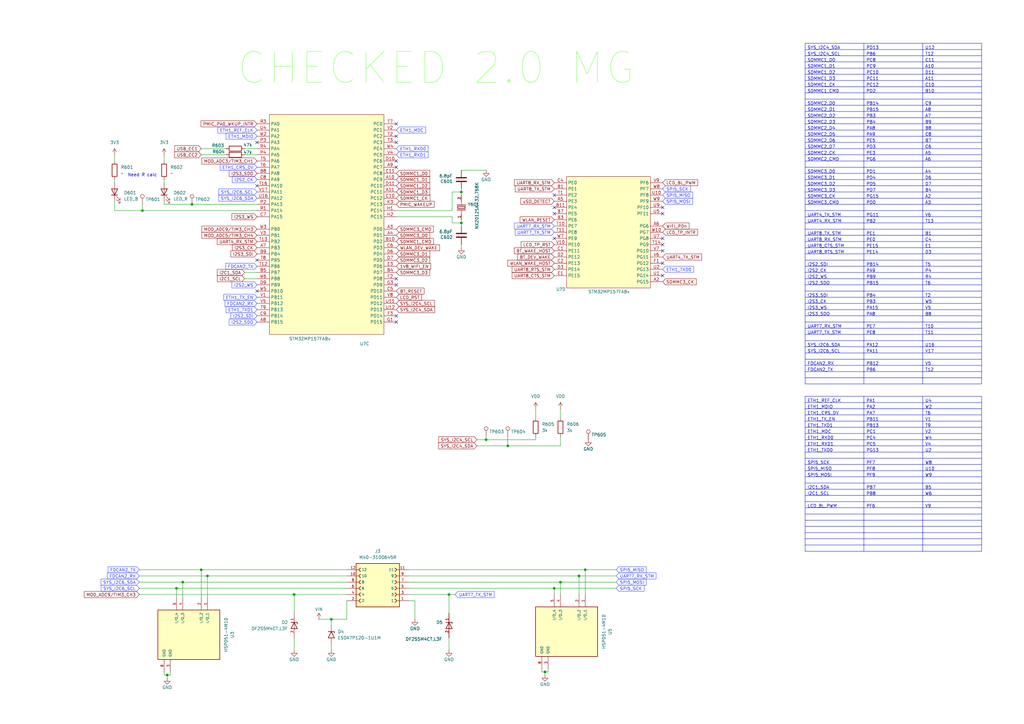
<source format=kicad_sch>
(kicad_sch (version 20250114) (generator "eeschema") (generator_version "9.0")
  (paper "A3")
  (title_block (title "DECKTRIX") (company "DECKTRIX-LAB") (comment 1 "Author: Mykola Grodskyi") (comment 2 "Copyright © 2025 Mykola Grodskyi.") (comment 3 "Licensed under CERN-OHL-S v2 (see LICENSE for details)") (comment 4 "PROVIDED \"AS IS\" WITHOUT WARRANTY OF ANY KIND") (comment 5 "Source: https://github.com/Decktrix-Lab/decktrix"))
  (lib_symbols
    (symbol "Connector:TestPoint" (pin_numbers (hide yes)) (pin_names (offset 0.762) (hide yes))
      (property "Reference" "TP" (at 0 6.858 0))
      (property "Value" "TestPoint" (at 0 5.08 0))
      (symbol "TestPoint_1_1"
        (pin passive line (at 0 0 90) (length 2.54) (name "1") (number "1"))
      )
    )
    (symbol "Device:C" (pin_numbers (hide yes)) (pin_names (offset 0.254))
      (property "Reference" "C" (at 0.635 2.54 0))
      (property "Value" "C" (at 0.635 -2.54 0))
      (symbol "C_1_1"
        (pin passive line (at 0 3.81 270) (length 2.794) (name "~") (number "1"))
        (pin passive line (at 0 -3.81 90) (length 2.794) (name "~") (number "2"))
      )
    )
    (symbol "Device:LED" (pin_numbers (hide yes)) (pin_names (offset 1.016) (hide yes))
      (property "Reference" "D" (at 0 2.54 0))
      (property "Value" "LED" (at 0 -2.54 0))
      (symbol "LED_1_1"
        (pin passive line (at -3.81 0 0) (length 2.54) (name "K") (number "1"))
        (pin passive line (at 3.81 0 180) (length 2.54) (name "A") (number "2"))
      )
    )
    (symbol "Device:R" (pin_numbers (hide yes)) (pin_names (offset 0))
      (property "Reference" "R" (at 2.032 0 90))
      (property "Value" "R" (at 0 0 90))
      (symbol "R_1_1"
        (pin passive line (at 0 3.81 270) (length 1.27) (name "~") (number "1"))
        (pin passive line (at 0 -3.81 90) (length 1.27) (name "~") (number "2"))
      )
    )
    (symbol "Diode:SMAJ5.0A" (pin_numbers (hide yes)) (pin_names (offset 1.016) (hide yes))
      (property "Reference" "D" (at 0 2.54 0))
      (property "Value" "SMAJ5.0A" (at 0 -2.54 0))
      (symbol "SMAJ5.0A_1_1"
        (pin passive line (at -3.81 0 0) (length 2.54) (name "A1") (number "1"))
        (pin passive line (at 3.81 0 180) (length 2.54) (name "A2") (number "2"))
      )
    )
    (symbol "HSP051-4M10:HSP051-4M10" (pin_names (offset 1.016))
      (property "Reference" "U4" (at 0 17.78 0))
      (property "Value" "HSP051-4M10" (at 0 15.24 0))
      (symbol "HSP051-4M10_0_0"
        (pin passive line (at -15.24 7.62 0) (length 5.08) (name "I/O_1") (number "1"))
        (pin passive line (at -15.24 5.08 0) (length 5.08) (name "I/O_2") (number "2"))
        (pin passive line (at -15.24 -2.54 0) (length 5.08) (name "I/O_3") (number "4"))
        (pin passive line (at -15.24 -5.08 0) (length 5.08) (name "I/O_4") (number "5"))
        (pin power_in line (at 15.24 -7.62 180) (length 5.08) (name "GND") (number "3"))
        (pin power_in line (at 15.24 -10.16 180) (length 5.08) (name "GND") (number "8"))
      )
      (symbol "HSP051-4M10_1_0"
        (pin passive line (at -15.24 7.62 0) (length 5.08) (hide yes) (name "NC") (number "10"))
        (pin passive line (at -15.24 5.08 0) (length 5.08) (hide yes) (name "NC") (number "9"))
        (pin passive line (at -15.24 -2.54 0) (length 5.08) (hide yes) (name "NC") (number "7"))
        (pin passive line (at -15.24 -5.08 0) (length 5.08) (hide yes) (name "NC") (number "6"))
      )
    )
    (symbol "M40-3100645R:M40-3100645R" (pin_names (offset 1.016))
      (property "Reference" "J" (at -9.39 10.16 0))
      (property "Value" "M40-3100645R" (at -8.89 -10.16 0))
      (symbol "M40-3100645R_0_0"
        (pin passive line (at -12.7 7.62 0) (length 5.08) (name "1") (number "1"))
        (pin passive line (at -12.7 5.08 0) (length 5.08) (name "3") (number "3"))
        (pin passive line (at -12.7 2.54 0) (length 5.08) (name "5") (number "5"))
        (pin passive line (at -12.7 0 0) (length 5.08) (name "7") (number "7"))
        (pin passive line (at -12.7 -2.54 0) (length 5.08) (name "9") (number "9"))
        (pin passive line (at -12.7 -5.08 0) (length 5.08) (name "11") (number "11"))
        (pin passive line (at 12.7 7.62 180) (length 5.08) (name "2") (number "2"))
        (pin passive line (at 12.7 5.08 180) (length 5.08) (name "4") (number "4"))
        (pin passive line (at 12.7 2.54 180) (length 5.08) (name "6") (number "6"))
        (pin passive line (at 12.7 0 180) (length 5.08) (name "8") (number "8"))
        (pin passive line (at 12.7 -2.54 180) (length 5.08) (name "10") (number "10"))
        (pin passive line (at 12.7 -5.08 180) (length 5.08) (name "12") (number "12"))
      )
    )
    (symbol "NX2012SA-32.768K-STD-MUB-1:NX2012SA-32.768K-STD-MUB-1" (pin_names (offset 1.016))
      (property "Reference" "Y" (at -5.0919 3.8189 0))
      (property "Value" "NX2012SA-32.768K-STD-MUB-1" (at -5.0911 -5.0911 0))
      (symbol "NX2012SA-32.768K-STD-MUB-1_0_0"
        (pin passive line (at -5.08 0 0) (length 2.54) (name "~") (number "1"))
        (pin passive line (at 5.08 0 180) (length 2.54) (name "~") (number "2"))
      )
    )
    (symbol "New_Library:STM32MP157FABx"
      (symbol "STM32MP157FABx_1_1"
        (pin power_in line (at -27.94 105.41 0) (length 5.08) (name "VBAT") (number "H3"))
        (pin power_in line (at -27.94 91.44 0) (length 5.08) (name "VDD") (number "K6"))
        (pin power_in line (at -27.94 88.9 0) (length 5.08) (name "VDD") (number "L5"))
        (pin power_in line (at -27.94 86.36 0) (length 5.08) (name "VDD") (number "L7"))
        (pin power_in line (at -27.94 83.82 0) (length 5.08) (name "VDD") (number "M6"))
        (pin power_in line (at -27.94 81.28 0) (length 5.08) (name "VDD") (number "M8"))
        (pin power_in line (at -27.94 78.74 0) (length 5.08) (name "VDD") (number "N5"))
        (pin power_in line (at -27.94 76.2 0) (length 5.08) (name "VDD") (number "N7"))
        (pin power_in line (at -27.94 73.66 0) (length 5.08) (name "VDD") (number "N9"))
        (pin power_in line (at -27.94 71.12 0) (length 5.08) (name "VDD") (number "P6"))
        (pin power_in line (at -27.94 68.58 0) (length 5.08) (name "VDD") (number "P8"))
        (pin power_in line (at -27.94 66.04 0) (length 5.08) (name "VDD") (number "P10"))
        (pin power_in line (at -27.94 63.5 0) (length 5.08) (name "VDD") (number "R7"))
        (pin power_in line (at -27.94 60.96 0) (length 5.08) (name "VDD") (number "R9"))
        (pin power_in line (at -27.94 58.42 0) (length 5.08) (name "VDD") (number "R11"))
        (pin power_in line (at -27.94 35.56 0) (length 5.08) (name "VDD1V2_DSI_PHY") (number "A16"))
        (pin power_in line (at -27.94 30.48 0) (length 5.08) (name "VDD1V2_DSI_REG") (number "B16"))
        (pin power_in line (at -27.94 25.4 0) (length 5.08) (name "VDD3V3_USBFS") (number "W15"))
        (pin power_in line (at -27.94 20.32 0) (length 5.08) (name "VDD3V3_USBHS") (number "W12"))
        (pin power_in line (at -27.94 15.24 0) (length 5.08) (name "VDDA") (number "M4"))
        (pin power_in line (at -27.94 10.16 0) (length 5.08) (name "VDDA1V1_REG") (number "W11"))
        (pin power_in line (at -27.94 5.08 0) (length 5.08) (name "VDDA1V8_DSI") (number "B12"))
        (pin power_in line (at -27.94 0 0) (length 5.08) (name "VDDA1V8_REG") (number "V11"))
        (pin power_in line (at -27.94 -6.35 0) (length 5.08) (name "VDDCORE") (number "E7"))
        (pin power_in line (at -27.94 -8.89 0) (length 5.08) (name "VDDCORE") (number "E9"))
        (pin power_in line (at -27.94 -11.43 0) (length 5.08) (name "VDDCORE") (number "E11"))
        (pin power_in line (at -27.94 -13.97 0) (length 5.08) (name "VDDCORE") (number "E13"))
        (pin power_in line (at -27.94 -16.51 0) (length 5.08) (name "VDDCORE") (number "F4"))
        (pin power_in line (at -27.94 -19.05 0) (length 5.08) (name "VDDCORE") (number "F6"))
        (pin power_in line (at -27.94 -21.59 0) (length 5.08) (name "VDDCORE") (number "F8"))
        (pin power_in line (at -27.94 -24.13 0) (length 5.08) (name "VDDCORE") (number "F10"))
        (pin power_in line (at -27.94 -26.67 0) (length 5.08) (name "VDDCORE") (number "F12"))
        (pin power_in line (at -27.94 -29.21 0) (length 5.08) (name "VDDCORE") (number "G5"))
        (pin power_in line (at -27.94 -31.75 0) (length 5.08) (name "VDDCORE") (number "G7"))
        (pin power_in line (at -27.94 -34.29 0) (length 5.08) (name "VDDCORE") (number "G9"))
        (pin power_in line (at -27.94 -36.83 0) (length 5.08) (name "VDDCORE") (number "G11"))
        (pin power_in line (at -27.94 -39.37 0) (length 5.08) (name "VDDCORE") (number "H4"))
        (pin power_in line (at -27.94 -41.91 0) (length 5.08) (name "VDDCORE") (number "H6"))
        (pin power_in line (at -27.94 -44.45 0) (length 5.08) (name "VDDCORE") (number "H8"))
        (pin power_in line (at -27.94 -46.99 0) (length 5.08) (name "VDDCORE") (number "H10"))
        (pin power_in line (at -27.94 -49.53 0) (length 5.08) (name "VDDCORE") (number "H12"))
        (pin power_in line (at -27.94 -52.07 0) (length 5.08) (name "VDDCORE") (number "J7"))
        (pin power_in line (at -27.94 -54.61 0) (length 5.08) (name "VDDCORE") (number "J9"))
        (pin power_in line (at -27.94 -57.15 0) (length 5.08) (name "VDDCORE") (number "J11"))
        (pin power_in line (at -27.94 -59.69 0) (length 5.08) (name "VDDCORE") (number "J13"))
        (pin power_in line (at -27.94 -62.23 0) (length 5.08) (name "VDDCORE") (number "K8"))
        (pin power_in line (at -27.94 -64.77 0) (length 5.08) (name "VDDCORE") (number "K10"))
        (pin power_in line (at -27.94 -67.31 0) (length 5.08) (name "VDDCORE") (number "K12"))
        (pin power_in line (at -27.94 -69.85 0) (length 5.08) (name "VDDCORE") (number "L9"))
        (pin power_in line (at -27.94 -72.39 0) (length 5.08) (name "VDDCORE") (number "L11"))
        (pin power_in line (at -27.94 -74.93 0) (length 5.08) (name "VDDCORE") (number "L13"))
        (pin power_in line (at -27.94 -77.47 0) (length 5.08) (name "VDDCORE") (number "M10"))
        (pin power_in line (at -27.94 -80.01 0) (length 5.08) (name "VDDCORE") (number "M12"))
        (pin power_in line (at -27.94 -82.55 0) (length 5.08) (name "VDDCORE") (number "N11"))
        (pin power_in line (at -27.94 -85.09 0) (length 5.08) (name "VDDCORE") (number "N13"))
        (pin power_in line (at -27.94 -87.63 0) (length 5.08) (name "VDDCORE") (number "P12"))
        (pin power_in line (at -27.94 -90.17 0) (length 5.08) (name "VDDCORE") (number "R13"))
        (pin power_in line (at -27.94 -97.79 0) (length 5.08) (name "VDDQ_DDR") (number "E15"))
        (pin power_in line (at -27.94 -100.33 0) (length 5.08) (name "VDDQ_DDR") (number "F14"))
        (pin power_in line (at -27.94 -102.87 0) (length 5.08) (name "VDDQ_DDR") (number "G15"))
        (pin power_in line (at -27.94 -105.41 0) (length 5.08) (name "VDDQ_DDR") (number "H14"))
        (pin power_in line (at -27.94 -107.95 0) (length 5.08) (name "VDDQ_DDR") (number "J15"))
        (pin power_in line (at -27.94 -110.49 0) (length 5.08) (name "VDDQ_DDR") (number "K14"))
        (pin power_in line (at -27.94 -113.03 0) (length 5.08) (name "VDDQ_DDR") (number "L15"))
        (pin power_in line (at -27.94 -115.57 0) (length 5.08) (name "VDDQ_DDR") (number "M14"))
        (pin power_in line (at -27.94 -118.11 0) (length 5.08) (name "VDDQ_DDR") (number "N15"))
        (pin power_in line (at -27.94 -120.65 0) (length 5.08) (name "VDDQ_DDR") (number "P14"))
        (pin power_in line (at -27.94 -123.19 0) (length 5.08) (name "VDDQ_DDR") (number "R15"))
        (pin power_in line (at -27.94 -127 0) (length 5.08) (name "VDD_ANA") (number "L3"))
        (pin power_in line (at -27.94 -130.81 0) (length 5.08) (name "VDD_DSI") (number "A12"))
        (pin power_in line (at -27.94 -134.62 0) (length 5.08) (name "VDD_PLL") (number "J5"))
        (pin power_in line (at -27.94 -137.16 0) (length 5.08) (name "VDD_PLL2") (number "G13"))
        (pin input line (at -27.94 -140.97 0) (length 5.08) (name "VREF+") (number "N3"))
        (pin input line (at -27.94 -144.78 0) (length 5.08) (name "VREF-") (number "M3"))
        (pin passive line (at 54.61 106.68 180) (length 5.08) (name "VSS") (number "N6"))
        (pin passive line (at 54.61 104.14 180) (length 5.08) (name "VSS") (number "N10"))
        (pin passive line (at 54.61 101.6 180) (length 5.08) (name "VSS") (number "U8"))
        (pin passive line (at 54.61 99.06 180) (length 5.08) (name "VSS") (number "U6"))
        (pin passive line (at 54.61 96.52 180) (length 5.08) (name "VSS") (number "W1"))
        (pin passive line (at 54.61 93.98 180) (length 5.08) (name "VSS") (number "U17"))
        (pin passive line (at 54.61 91.44 180) (length 5.08) (name "VSS") (number "T4"))
        (pin passive line (at 54.61 88.9 180) (length 5.08) (name "VSS") (number "R8"))
        (pin passive line (at 54.61 86.36 180) (length 5.08) (name "VSS") (number "R6"))
        (pin passive line (at 54.61 83.82 180) (length 5.08) (name "VSS") (number "R2"))
        (pin passive line (at 54.61 81.28 180) (length 5.08) (name "VSS") (number "R16"))
        (pin passive line (at 54.61 78.74 180) (length 5.08) (name "VSS") (number "R14"))
        (pin passive line (at 54.61 76.2 180) (length 5.08) (name "VSS") (number "R12"))
        (pin passive line (at 54.61 73.66 180) (length 5.08) (name "VSS") (number "U3"))
        (pin passive line (at 54.61 71.12 180) (length 5.08) (name "VSS") (number "P9"))
        (pin passive line (at 54.61 68.58 180) (length 5.08) (name "VSS") (number "P7"))
        (pin passive line (at 54.61 66.04 180) (length 5.08) (name "VSS") (number "R10"))
        (pin passive line (at 54.61 63.5 180) (length 5.08) (name "VSS") (number "P13"))
        (pin passive line (at 54.61 60.96 180) (length 5.08) (name "VSS") (number "P11"))
        (pin passive line (at 54.61 58.42 180) (length 5.08) (name "VSS") (number "P15"))
        (pin passive line (at 54.61 55.88 180) (length 5.08) (name "VSS") (number "N8"))
        (pin passive line (at 54.61 53.34 180) (length 5.08) (name "VSS") (number "N14"))
        (pin passive line (at 54.61 50.8 180) (length 5.08) (name "VSS") (number "N12"))
        (pin passive line (at 54.61 48.26 180) (length 5.08) (name "VSS") (number "M9"))
        (pin passive line (at 54.61 45.72 180) (length 5.08) (name "VSS") (number "W19"))
        (pin passive line (at 54.61 43.18 180) (length 5.08) (name "VSS") (number "M7"))
        (pin passive line (at 54.61 40.64 180) (length 5.08) (name "VSS") (number "M5"))
        (pin passive line (at 54.61 38.1 180) (length 5.08) (name "VSS") (number "M15"))
        (pin passive line (at 54.61 35.56 180) (length 5.08) (name "VSS") (number "M13"))
        (pin passive line (at 54.61 33.02 180) (length 5.08) (name "VSS") (number "M11"))
        (pin passive line (at 54.61 30.48 180) (length 5.08) (name "VSS") (number "L8"))
        (pin passive line (at 54.61 27.94 180) (length 5.08) (name "VSS") (number "L6"))
        (pin passive line (at 54.61 25.4 180) (length 5.08) (name "VSS") (number "L14"))
        (pin passive line (at 54.61 22.86 180) (length 5.08) (name "VSS") (number "L12"))
        (pin passive line (at 54.61 20.32 180) (length 5.08) (name "VSS") (number "L10"))
        (pin passive line (at 54.61 17.78 180) (length 5.08) (name "VSS") (number "K9"))
        (pin passive line (at 54.61 15.24 180) (length 5.08) (name "VSS") (number "K7"))
        (pin passive line (at 54.61 12.7 180) (length 5.08) (name "VSS") (number "K5"))
        (pin passive line (at 54.61 10.16 180) (length 5.08) (name "VSS") (number "K2"))
        (pin passive line (at 54.61 7.62 180) (length 5.08) (name "VSS") (number "K15"))
        (pin passive line (at 54.61 5.08 180) (length 5.08) (name "VSS") (number "K13"))
        (pin passive line (at 54.61 2.54 180) (length 5.08) (name "VSS") (number "K11"))
        (pin passive line (at 54.61 0 180) (length 5.08) (name "VSS") (number "J8"))
        (pin passive line (at 54.61 -2.54 180) (length 5.08) (name "VSS") (number "J6"))
        (pin passive line (at 54.61 -5.08 180) (length 5.08) (name "VSS") (number "J3"))
        (pin passive line (at 54.61 -7.62 180) (length 5.08) (name "VSS") (number "J14"))
        (pin passive line (at 54.61 -10.16 180) (length 5.08) (name "VSS") (number "J12"))
        (pin passive line (at 54.61 -12.7 180) (length 5.08) (name "VSS") (number "J10"))
        (pin passive line (at 54.61 -15.24 180) (length 5.08) (name "VSS") (number "H9"))
        (pin passive line (at 54.61 -17.78 180) (length 5.08) (name "VSS") (number "H7"))
        (pin passive line (at 54.61 -20.32 180) (length 5.08) (name "VSS") (number "H5"))
        (pin passive line (at 54.61 -22.86 180) (length 5.08) (name "VSS") (number "H15"))
        (pin passive line (at 54.61 -25.4 180) (length 5.08) (name "VSS") (number "H13"))
        (pin passive line (at 54.61 -27.94 180) (length 5.08) (name "VSS") (number "H11"))
        (pin passive line (at 54.61 -30.48 180) (length 5.08) (name "VSS") (number "G8"))
        (pin passive line (at 54.61 -33.02 180) (length 5.08) (name "VSS") (number "G6"))
        (pin passive line (at 54.61 -35.56 180) (length 5.08) (name "VSS") (number "G4"))
        (pin passive line (at 54.61 -38.1 180) (length 5.08) (name "VSS") (number "G2"))
        (pin passive line (at 54.61 -40.64 180) (length 5.08) (name "VSS") (number "G14"))
        (pin passive line (at 54.61 -43.18 180) (length 5.08) (name "VSS") (number "G12"))
        (pin passive line (at 54.61 -45.72 180) (length 5.08) (name "VSS") (number "G10"))
        (pin passive line (at 54.61 -48.26 180) (length 5.08) (name "VSS") (number "F9"))
        (pin passive line (at 54.61 -50.8 180) (length 5.08) (name "VSS") (number "F7"))
        (pin passive line (at 54.61 -53.34 180) (length 5.08) (name "VSS") (number "F5"))
        (pin passive line (at 54.61 -55.88 180) (length 5.08) (name "VSS") (number "F15"))
        (pin passive line (at 54.61 -58.42 180) (length 5.08) (name "VSS") (number "F11"))
        (pin passive line (at 54.61 -60.96 180) (length 5.08) (name "VSS") (number "E8"))
        (pin passive line (at 54.61 -63.5 180) (length 5.08) (name "VSS") (number "E6"))
        (pin passive line (at 54.61 -66.04 180) (length 5.08) (name "VSS") (number "E5"))
        (pin passive line (at 54.61 -68.58 180) (length 5.08) (name "VSS") (number "E4"))
        (pin passive line (at 54.61 -71.12 180) (length 5.08) (name "VSS") (number "E2"))
        (pin passive line (at 54.61 -73.66 180) (length 5.08) (name "VSS") (number "E16"))
        (pin passive line (at 54.61 -76.2 180) (length 5.08) (name "VSS") (number "E14"))
        (pin passive line (at 54.61 -78.74 180) (length 5.08) (name "VSS") (number "E12"))
        (pin passive line (at 54.61 -81.28 180) (length 5.08) (name "VSS") (number "E10"))
        (pin passive line (at 54.61 -83.82 180) (length 5.08) (name "VSS") (number "D8"))
        (pin passive line (at 54.61 -86.36 180) (length 5.08) (name "VSS") (number "D5"))
        (pin passive line (at 54.61 -88.9 180) (length 5.08) (name "VSS") (number "D4"))
        (pin passive line (at 54.61 -91.44 180) (length 5.08) (name "VSS") (number "D1"))
        (pin passive line (at 54.61 -93.98 180) (length 5.08) (name "VSS") (number "C3"))
        (pin passive line (at 54.61 -96.52 180) (length 5.08) (name "VSS") (number "C17"))
        (pin passive line (at 54.61 -99.06 180) (length 5.08) (name "VSS") (number "A19"))
        (pin passive line (at 54.61 -101.6 180) (length 5.08) (name "VSS") (number "B2"))
        (pin passive line (at 54.61 -104.14 180) (length 5.08) (name "VSS") (number "B6"))
        (pin power_in line (at 54.61 -106.68 180) (length 5.08) (name "VSS") (number "A1"))
        (pin power_in line (at 54.61 -110.49 180) (length 5.08) (name "VSSA") (number "N4"))
        (pin passive line (at 54.61 -113.03 180) (length 5.08) (name "VSSA") (number "P5"))
        (pin passive line (at 54.61 -115.57 180) (length 5.08) (name "VSSA") (number "R5"))
        (pin power_in line (at 54.61 -119.38 180) (length 5.08) (name "VSS_ANA") (number "L4"))
        (pin passive line (at 54.61 -124.46 180) (length 5.08) (name "VSS_DSI") (number "C16"))
        (pin passive line (at 54.61 -127 180) (length 5.08) (name "VSS_DSI") (number "C15"))
        (pin passive line (at 54.61 -129.54 180) (length 5.08) (name "VSS_DSI") (number "C13"))
        (pin passive line (at 54.61 -132.08 180) (length 5.08) (name "VSS_DSI") (number "C14"))
        (pin power_in line (at 54.61 -134.62 180) (length 5.08) (name "VSS_DSI") (number "C12"))
        (pin power_in line (at 54.61 -138.43 180) (length 5.08) (name "VSS_PLL") (number "J4"))
        (pin power_in line (at 54.61 -140.97 180) (length 5.08) (name "VSS_PLL2") (number "F13"))
        (pin passive line (at 54.61 -144.78 180) (length 5.08) (name "VSS_USBHS") (number "V15"))
        (pin passive line (at 54.61 -147.32 180) (length 5.08) (name "VSS_USBHS") (number "U14"))
        (pin passive line (at 54.61 -149.86 180) (length 5.08) (name "VSS_USBHS") (number "V12"))
        (pin power_in line (at 54.61 -152.4 180) (length 5.08) (name "VSS_USBHS") (number "U13"))
      )
      (symbol "STM32MP157FABx_2_1"
        (pin bidirectional line (at -13.97 39.37 0) (length 5.08) (name "DDR_BA0") (number "G19"))
        (pin bidirectional line (at -13.97 36.83 0) (length 5.08) (name "DDR_BA1") (number "N17"))
        (pin bidirectional line (at -13.97 34.29 0) (length 5.08) (name "DDR_BA2") (number "J16"))
        (pin bidirectional line (at -13.97 30.48 0) (length 5.08) (name "DDR_DQM0") (number "C18"))
        (pin bidirectional line (at -13.97 27.94 0) (length 5.08) (name "DDR_DQM1") (number "U18"))
        (pin bidirectional line (at -13.97 19.05 0) (length 5.08) (name "DDR_DQS0N") (number "B19"))
        (pin bidirectional line (at -13.97 16.51 0) (length 5.08) (name "DDR_DQS0P") (number "C19"))
        (pin bidirectional line (at -13.97 13.97 0) (length 5.08) (name "DDR_DQS1N") (number "T19"))
        (pin bidirectional line (at -13.97 11.43 0) (length 5.08) (name "DDR_DQS1P") (number "U19"))
        (pin bidirectional line (at -13.97 5.08 0) (length 5.08) (name "DDR_DQ0") (number "A17"))
        (pin bidirectional line (at -13.97 2.54 0) (length 5.08) (name "DDR_DQ1") (number "A18"))
        (pin bidirectional line (at -13.97 0 0) (length 5.08) (name "DDR_DQ2") (number "D18"))
        (pin bidirectional line (at -13.97 -2.54 0) (length 5.08) (name "DDR_DQ3") (number "B17"))
        (pin bidirectional line (at -13.97 -5.08 0) (length 5.08) (name "DDR_DQ4") (number "E18"))
        (pin bidirectional line (at -13.97 -7.62 0) (length 5.08) (name "DDR_DQ5") (number "D17"))
        (pin bidirectional line (at -13.97 -10.16 0) (length 5.08) (name "DDR_DQ6") (number "D19"))
        (pin bidirectional line (at -13.97 -12.7 0) (length 5.08) (name "DDR_DQ7") (number "B18"))
        (pin bidirectional line (at -13.97 -15.24 0) (length 5.08) (name "DDR_DQ8") (number "P18"))
        (pin bidirectional line (at -13.97 -17.78 0) (length 5.08) (name "DDR_DQ9") (number "T17"))
        (pin bidirectional line (at -13.97 -20.32 0) (length 5.08) (name "DDR_DQ10") (number "R18"))
        (pin bidirectional line (at -13.97 -22.86 0) (length 5.08) (name "DDR_DQ11") (number "V19"))
        (pin bidirectional line (at -13.97 -25.4 0) (length 5.08) (name "DDR_DQ12") (number "W18"))
        (pin bidirectional line (at -13.97 -27.94 0) (length 5.08) (name "DDR_DQ13") (number "T18"))
        (pin bidirectional line (at -13.97 -30.48 0) (length 5.08) (name "DDR_DQ14") (number "V18"))
        (pin bidirectional line (at -13.97 -33.02 0) (length 5.08) (name "DDR_DQ15") (number "W17"))
        (pin bidirectional line (at 68.58 39.37 180) (length 5.08) (name "DDR_CLKP") (number "L19"))
        (pin bidirectional line (at 68.58 36.83 180) (length 5.08) (name "DDR_CLKN") (number "K19"))
        (pin bidirectional line (at 68.58 30.48 180) (length 5.08) (name "DDR_A0") (number "H18"))
        (pin bidirectional line (at 68.58 27.94 180) (length 5.08) (name "DDR_A1") (number "M17"))
        (pin bidirectional line (at 68.58 25.4 180) (length 5.08) (name "DDR_A2") (number "G18"))
        (pin bidirectional line (at 68.58 22.86 180) (length 5.08) (name "DDR_A3") (number "F19"))
        (pin bidirectional line (at 68.58 20.32 180) (length 5.08) (name "DDR_A4") (number "P17"))
        (pin bidirectional line (at 68.58 17.78 180) (length 5.08) (name "DDR_A5") (number "H17"))
        (pin bidirectional line (at 68.58 15.24 180) (length 5.08) (name "DDR_A6") (number "N16"))
        (pin bidirectional line (at 68.58 12.7 180) (length 5.08) (name "DDR_A7") (number "E17"))
        (pin bidirectional line (at 68.58 10.16 180) (length 5.08) (name "DDR_A8") (number "R17"))
        (pin bidirectional line (at 68.58 7.62 180) (length 5.08) (name "DDR_A9") (number "G17"))
        (pin bidirectional line (at 68.58 5.08 180) (length 5.08) (name "DDR_A10") (number "M19"))
        (pin bidirectional line (at 68.58 2.54 180) (length 5.08) (name "DDR_A11") (number "M18"))
        (pin bidirectional line (at 68.58 0 180) (length 5.08) (name "DDR_A12") (number "L17"))
        (pin bidirectional line (at 68.58 -2.54 180) (length 5.08) (name "DDR_A13") (number "F17"))
        (pin bidirectional line (at 68.58 -5.08 180) (length 5.08) (name "DDR_A14") (number "N18"))
        (pin bidirectional line (at 68.58 -7.62 180) (length 5.08) (name "DDR_A15") (number "L16"))
        (pin bidirectional line (at 68.58 -12.7 180) (length 5.08) (name "DDR_RASN") (number "L18"))
        (pin bidirectional line (at 68.58 -15.24 180) (length 5.08) (name "DDR_CASN") (number "K17"))
        (pin bidirectional line (at 68.58 -17.78 180) (length 5.08) (name "DDR_CSN") (number "J18"))
        (pin bidirectional line (at 68.58 -20.32 180) (length 5.08) (name "DDR_CKE") (number "P19"))
        (pin bidirectional line (at 68.58 -22.86 180) (length 5.08) (name "DDR_WEN") (number "J17"))
        (pin bidirectional line (at 68.58 -25.4 180) (length 5.08) (name "DDR_ODT") (number "H19"))
        (pin bidirectional line (at 68.58 -31.75 180) (length 5.08) (name "DDR_RESETN") (number "G16"))
        (pin bidirectional line (at 68.58 -35.56 180) (length 5.08) (name "DDR_VREF") (number "W16"))
        (pin bidirectional line (at 68.58 -39.37 180) (length 5.08) (name "DDR_ZQ") (number "F18"))
        (pin bidirectional line (at 68.58 -43.18 180) (length 5.08) (name "DDR_ATO") (number "N19"))
        (pin bidirectional line (at 68.58 -45.72 180) (length 5.08) (name "DDR_DTO1") (number "J19"))
        (pin bidirectional line (at 68.58 -48.26 180) (length 5.08) (name "DDR_DTO0") (number "K18"))
      )
      (symbol "STM32MP157FABx_3_1"
        (pin bidirectional line (at -17.78 39.37 0) (length 5.08) (name "PA0") (number "R3"))
        (pin bidirectional line (at -17.78 36.83 0) (length 5.08) (name "PA1") (number "U4"))
        (pin bidirectional line (at -17.78 34.29 0) (length 5.08) (name "PA2") (number "W2"))
        (pin bidirectional line (at -17.78 31.75 0) (length 5.08) (name "PA3") (number "P3"))
        (pin bidirectional line (at -17.78 29.21 0) (length 5.08) (name "PA4") (number "R4"))
        (pin bidirectional line (at -17.78 26.67 0) (length 5.08) (name "PA5") (number "P4"))
        (pin bidirectional line (at -17.78 24.13 0) (length 5.08) (name "PA6") (number "T5"))
        (pin bidirectional line (at -17.78 21.59 0) (length 5.08) (name "PA7") (number "T6"))
        (pin bidirectional line (at -17.78 19.05 0) (length 5.08) (name "PA8") (number "B8"))
        (pin bidirectional line (at -17.78 16.51 0) (length 5.08) (name "PA9") (number "C8"))
        (pin bidirectional line (at -17.78 13.97 0) (length 5.08) (name "PA10") (number "T16"))
        (pin bidirectional line (at -17.78 11.43 0) (length 5.08) (name "PA11") (number "V17"))
        (pin bidirectional line (at -17.78 8.89 0) (length 5.08) (name "PA12") (number "U16"))
        (pin bidirectional line (at -17.78 6.35 0) (length 5.08) (name "PA13") (number "P2"))
        (pin bidirectional line (at -17.78 3.81 0) (length 5.08) (name "PA14") (number "R1"))
        (pin bidirectional line (at -17.78 1.27 0) (length 5.08) (name "PA15") (number "C7"))
        (pin bidirectional line (at -17.78 -3.81 0) (length 5.08) (name "PB0") (number "W3"))
        (pin bidirectional line (at -17.78 -6.35 0) (length 5.08) (name "PB1") (number "V3"))
        (pin bidirectional line (at -17.78 -8.89 0) (length 5.08) (name "PB2") (number "T13"))
        (pin bidirectional line (at -17.78 -11.43 0) (length 5.08) (name "PB3") (number "A7"))
        (pin bidirectional line (at -17.78 -13.97 0) (length 5.08) (name "PB4") (number "B9"))
        (pin bidirectional line (at -17.78 -16.51 0) (length 5.08) (name "PB5") (number "T8"))
        (pin bidirectional line (at -17.78 -19.05 0) (length 5.08) (name "PB6") (number "T12"))
        (pin bidirectional line (at -17.78 -21.59 0) (length 5.08) (name "PB7") (number "B5"))
        (pin bidirectional line (at -17.78 -24.13 0) (length 5.08) (name "PB8") (number "W6"))
        (pin bidirectional line (at -17.78 -26.67 0) (length 5.08) (name "PB9") (number "D9"))
        (pin bidirectional line (at -17.78 -29.21 0) (length 5.08) (name "PB10") (number "W5"))
        (pin bidirectional line (at -17.78 -31.75 0) (length 5.08) (name "PB11") (number "V1"))
        (pin bidirectional line (at -17.78 -34.29 0) (length 5.08) (name "PB12") (number "V5"))
        (pin bidirectional line (at -17.78 -36.83 0) (length 5.08) (name "PB13") (number "T9"))
        (pin bidirectional line (at -17.78 -39.37 0) (length 5.08) (name "PB14") (number "C9"))
        (pin bidirectional line (at -17.78 -41.91 0) (length 5.08) (name "PB15") (number "A8"))
        (pin bidirectional line (at 39.37 39.37 180) (length 5.08) (name "PC0") (number "T7"))
        (pin bidirectional line (at 39.37 36.83 180) (length 5.08) (name "PC1") (number "V2"))
        (pin bidirectional line (at 39.37 34.29 180) (length 5.08) (name "PC2") (number "T2"))
        (pin bidirectional line (at 39.37 31.75 180) (length 5.08) (name "PC3") (number "T3"))
        (pin bidirectional line (at 39.37 29.21 180) (length 5.08) (name "PC4") (number "W4"))
        (pin bidirectional line (at 39.37 26.67 180) (length 5.08) (name "PC5") (number "V4"))
        (pin bidirectional line (at 39.37 24.13 180) (length 5.08) (name "PC6") (number "D10"))
        (pin bidirectional line (at 39.37 21.59 180) (length 5.08) (name "PC7") (number "A9"))
        (pin bidirectional line (at 39.37 19.05 180) (length 5.08) (name "PC8") (number "C11"))
        (pin bidirectional line (at 39.37 16.51 180) (length 5.08) (name "PC9") (number "A10"))
        (pin bidirectional line (at 39.37 13.97 180) (length 5.08) (name "PC10") (number "D11"))
        (pin bidirectional line (at 39.37 11.43 180) (length 5.08) (name "PC11") (number "A11"))
        (pin bidirectional line (at 39.37 8.89 180) (length 5.08) (name "PC12") (number "C10"))
        (pin bidirectional line (at 39.37 6.35 180) (length 5.08) (name "PC13") (number "K3"))
        (pin bidirectional line (at 39.37 3.81 180) (length 5.08) (name "PC14") (number "H1"))
        (pin bidirectional line (at 39.37 1.27 180) (length 5.08) (name "PC15") (number "H2"))
        (pin bidirectional line (at 39.37 -3.81 180) (length 5.08) (name "PD0") (number "A3"))
        (pin bidirectional line (at 39.37 -6.35 180) (length 5.08) (name "PD1") (number "A4"))
        (pin bidirectional line (at 39.37 -8.89 180) (length 5.08) (name "PD2") (number "B10"))
        (pin bidirectional line (at 39.37 -11.43 180) (length 5.08) (name "PD3") (number "C6"))
        (pin bidirectional line (at 39.37 -13.97 180) (length 5.08) (name "PD4") (number "D6"))
        (pin bidirectional line (at 39.37 -16.51 180) (length 5.08) (name "PD5") (number "D7"))
        (pin bidirectional line (at 39.37 -19.05 180) (length 5.08) (name "PD6") (number "E3"))
        (pin bidirectional line (at 39.37 -21.59 180) (length 5.08) (name "PD7") (number "B4"))
        (pin bidirectional line (at 39.37 -24.13 180) (length 5.08) (name "PD8") (number "F2"))
        (pin bidirectional line (at 39.37 -26.67 180) (length 5.08) (name "PD9") (number "G3"))
        (pin bidirectional line (at 39.37 -29.21 180) (length 5.08) (name "PD10") (number "C5"))
        (pin bidirectional line (at 39.37 -31.75 180) (length 5.08) (name "PD11") (number "V8"))
        (pin bidirectional line (at 39.37 -34.29 180) (length 5.08) (name "PD12") (number "U11"))
        (pin bidirectional line (at 39.37 -36.83 180) (length 5.08) (name "PD13") (number "U12"))
        (pin bidirectional line (at 39.37 -39.37 180) (length 5.08) (name "PD14") (number "F3"))
        (pin bidirectional line (at 39.37 -41.91 180) (length 5.08) (name "PD15") (number "G1"))
      )
      (symbol "STM32MP157FABx_4_1"
        (pin bidirectional line (at 5.08 41.91 0) (length 5.08) (name "PE0") (number "C4"))
        (pin bidirectional line (at 5.08 39.37 0) (length 5.08) (name "PE1") (number "B1"))
        (pin bidirectional line (at 5.08 36.83 0) (length 5.08) (name "PE2") (number "T1"))
        (pin bidirectional line (at 5.08 34.29 0) (length 5.08) (name "PE3") (number "A5"))
        (pin bidirectional line (at 5.08 31.75 0) (length 5.08) (name "PE4") (number "B11"))
        (pin bidirectional line (at 5.08 29.21 0) (length 5.08) (name "PE5") (number "B7"))
        (pin bidirectional line (at 5.08 26.67 0) (length 5.08) (name "PE6") (number "B3"))
        (pin bidirectional line (at 5.08 24.13 0) (length 5.08) (name "PE7") (number "T10"))
        (pin bidirectional line (at 5.08 21.59 0) (length 5.08) (name "PE8") (number "T11"))
        (pin bidirectional line (at 5.08 19.05 0) (length 5.08) (name "PE9") (number "W7"))
        (pin bidirectional line (at 5.08 16.51 0) (length 5.08) (name "PE10") (number "V10"))
        (pin bidirectional line (at 5.08 13.97 0) (length 5.08) (name "PE11") (number "C1"))
        (pin bidirectional line (at 5.08 11.43 0) (length 5.08) (name "PE12") (number "D2"))
        (pin bidirectional line (at 5.08 8.89 0) (length 5.08) (name "PE13") (number "C2"))
        (pin bidirectional line (at 5.08 6.35 0) (length 5.08) (name "PE14") (number "D3"))
        (pin bidirectional line (at 5.08 3.81 0) (length 5.08) (name "PE15") (number "E1"))
        (pin bidirectional line (at 49.53 41.91 180) (length 5.08) (name "PF6") (number "V9"))
        (pin bidirectional line (at 49.53 39.37 180) (length 5.08) (name "PF7") (number "W8"))
        (pin bidirectional line (at 49.53 36.83 180) (length 5.08) (name "PF8") (number "U10"))
        (pin bidirectional line (at 49.53 34.29 180) (length 5.08) (name "PF9") (number "W9"))
        (pin bidirectional line (at 49.53 31.75 180) (length 5.08) (name "PF10") (number "U9"))
        (pin bidirectional line (at 49.53 29.21 180) (length 5.08) (name "PF11") (number "U5"))
        (pin bidirectional line (at 49.53 24.13 180) (length 5.08) (name "PG6") (number "A6"))
        (pin bidirectional line (at 49.53 21.59 180) (length 5.08) (name "PG7") (number "W10"))
        (pin bidirectional line (at 49.53 19.05 180) (length 5.08) (name "PG8") (number "U7"))
        (pin bidirectional line (at 49.53 16.51 180) (length 5.08) (name "PG9") (number "T14"))
        (pin bidirectional line (at 49.53 13.97 180) (length 5.08) (name "PG10") (number "V7"))
        (pin bidirectional line (at 49.53 11.43 180) (length 5.08) (name "PG11") (number "V6"))
        (pin bidirectional line (at 49.53 8.89 180) (length 5.08) (name "PG12") (number "F1"))
        (pin bidirectional line (at 49.53 6.35 180) (length 5.08) (name "PG13") (number "U2"))
        (pin bidirectional line (at 49.53 3.81 180) (length 5.08) (name "PG14") (number "U1"))
        (pin bidirectional line (at 49.53 1.27 180) (length 5.08) (name "PG15") (number "A2"))
      )
      (symbol "STM32MP157FABx_5_1"
        (pin input line (at -21.59 7.62 0) (length 5.08) (name "BOOT0") (number "K1"))
        (pin input line (at -21.59 5.08 0) (length 5.08) (name "BOOT1") (number "K4"))
        (pin input line (at -21.59 2.54 0) (length 5.08) (name "BOOT2") (number "L2"))
        (pin output line (at -21.59 -1.27 0) (length 5.08) (name "PWR_LP") (number "P1"))
        (pin output line (at -21.59 -3.81 0) (length 5.08) (name "PWR_ON") (number "L1"))
        (pin input line (at -21.59 -8.89 0) (length 5.08) (name "NRST") (number "J1"))
        (pin input line (at -21.59 -11.43 0) (length 5.08) (name "NRST_CORE") (number "J2"))
        (pin bidirectional line (at -21.59 -15.24 0) (length 5.08) (name "BYPASS_REG1V8") (number "T15"))
        (pin bidirectional line (at -21.59 -17.78 0) (length 5.08) (name "PDR_ON") (number "N2"))
        (pin bidirectional line (at -21.59 -20.32 0) (length 5.08) (name "PDR_ON_CORE") (number "N1"))
        (pin bidirectional line (at 17.78 7.62 180) (length 5.08) (name "PH0") (number "M1"))
        (pin bidirectional line (at 17.78 5.08 180) (length 5.08) (name "PH1") (number "M2"))
        (pin bidirectional line (at 17.78 -1.27 180) (length 5.08) (name "NJTRST") (number "D12"))
        (pin bidirectional line (at 17.78 -3.81 180) (length 5.08) (name "JTMS") (number "D15"))
        (pin bidirectional line (at 17.78 -6.35 180) (length 5.08) (name "JTDO") (number "D14"))
        (pin bidirectional line (at 17.78 -8.89 180) (length 5.08) (name "JTDI") (number "D13"))
        (pin bidirectional line (at 17.78 -11.43 180) (length 5.08) (name "JTCK") (number "D16"))
      )
      (symbol "STM32MP157FABx_6_1"
        (pin bidirectional line (at -3.81 16.51 0) (length 5.08) (name "OTG_VBUS") (number "U15"))
        (pin bidirectional line (at -3.81 13.97 0) (length 5.08) (name "USB_DM1") (number "W14"))
        (pin bidirectional line (at -3.81 11.43 0) (length 5.08) (name "USB_DP1") (number "V14"))
        (pin bidirectional line (at -3.81 8.89 0) (length 5.08) (name "USB_DM2") (number "V13"))
        (pin bidirectional line (at -3.81 6.35 0) (length 5.08) (name "USB_DP2") (number "W13"))
        (pin bidirectional line (at -3.81 3.81 0) (length 5.08) (name "USB_RREF") (number "V16"))
        (pin bidirectional line (at 44.45 16.51 180) (length 5.08) (name "DSIHOST_CKN") (number "A14"))
        (pin bidirectional line (at 44.45 13.97 180) (length 5.08) (name "DSIHOST_CKP") (number "B14"))
        (pin bidirectional line (at 44.45 11.43 180) (length 5.08) (name "DSIHOST_D0N") (number "A13"))
        (pin bidirectional line (at 44.45 8.89 180) (length 5.08) (name "DSIHOST_D0P") (number "B13"))
        (pin bidirectional line (at 44.45 6.35 180) (length 5.08) (name "DSIHOST_D1N") (number "A15"))
        (pin bidirectional line (at 44.45 3.81 180) (length 5.08) (name "DSIHOST_D1P") (number "B15"))
      )
    )
    (symbol "PTVS3V3S1UR:PTVS3V3S1UR" (pin_names (offset 1.016))
      (property "Reference" "D" (at -5.08 2.54 0))
      (symbol "PTVS3V3S1UR_1_0"
        (pin passive line (at -5.08 0 0) (length 5.08) (name "~") (number "1"))
        (pin passive line (at 5.08 0 180) (length 5.08) (name "~") (number "2"))
      )
    )
    (symbol "STM32MP157FABx_1"
      (symbol "STM32MP157FABx_1_1_1"
        (pin power_in line (at -27.94 105.41 0) (length 5.08) (name "VBAT") (number "H3"))
        (pin power_in line (at -27.94 91.44 0) (length 5.08) (name "VDD") (number "K6"))
        (pin power_in line (at -27.94 88.9 0) (length 5.08) (name "VDD") (number "L5"))
        (pin power_in line (at -27.94 86.36 0) (length 5.08) (name "VDD") (number "L7"))
        (pin power_in line (at -27.94 83.82 0) (length 5.08) (name "VDD") (number "M6"))
        (pin power_in line (at -27.94 81.28 0) (length 5.08) (name "VDD") (number "M8"))
        (pin power_in line (at -27.94 78.74 0) (length 5.08) (name "VDD") (number "N5"))
        (pin power_in line (at -27.94 76.2 0) (length 5.08) (name "VDD") (number "N7"))
        (pin power_in line (at -27.94 73.66 0) (length 5.08) (name "VDD") (number "N9"))
        (pin power_in line (at -27.94 71.12 0) (length 5.08) (name "VDD") (number "P6"))
        (pin power_in line (at -27.94 68.58 0) (length 5.08) (name "VDD") (number "P8"))
        (pin power_in line (at -27.94 66.04 0) (length 5.08) (name "VDD") (number "P10"))
        (pin power_in line (at -27.94 63.5 0) (length 5.08) (name "VDD") (number "R7"))
        (pin power_in line (at -27.94 60.96 0) (length 5.08) (name "VDD") (number "R9"))
        (pin power_in line (at -27.94 58.42 0) (length 5.08) (name "VDD") (number "R11"))
        (pin power_in line (at -27.94 35.56 0) (length 5.08) (name "VDD1V2_DSI_PHY") (number "A16"))
        (pin power_in line (at -27.94 30.48 0) (length 5.08) (name "VDD1V2_DSI_REG") (number "B16"))
        (pin power_in line (at -27.94 25.4 0) (length 5.08) (name "VDD3V3_USBFS") (number "W15"))
        (pin power_in line (at -27.94 20.32 0) (length 5.08) (name "VDD3V3_USBHS") (number "W12"))
        (pin power_in line (at -27.94 15.24 0) (length 5.08) (name "VDDA") (number "M4"))
        (pin power_in line (at -27.94 10.16 0) (length 5.08) (name "VDDA1V1_REG") (number "W11"))
        (pin power_in line (at -27.94 5.08 0) (length 5.08) (name "VDDA1V8_DSI") (number "B12"))
        (pin power_in line (at -27.94 0 0) (length 5.08) (name "VDDA1V8_REG") (number "V11"))
        (pin power_in line (at -27.94 -6.35 0) (length 5.08) (name "VDDCORE") (number "E7"))
        (pin power_in line (at -27.94 -8.89 0) (length 5.08) (name "VDDCORE") (number "E9"))
        (pin power_in line (at -27.94 -11.43 0) (length 5.08) (name "VDDCORE") (number "E11"))
        (pin power_in line (at -27.94 -13.97 0) (length 5.08) (name "VDDCORE") (number "E13"))
        (pin power_in line (at -27.94 -16.51 0) (length 5.08) (name "VDDCORE") (number "F4"))
        (pin power_in line (at -27.94 -19.05 0) (length 5.08) (name "VDDCORE") (number "F6"))
        (pin power_in line (at -27.94 -21.59 0) (length 5.08) (name "VDDCORE") (number "F8"))
        (pin power_in line (at -27.94 -24.13 0) (length 5.08) (name "VDDCORE") (number "F10"))
        (pin power_in line (at -27.94 -26.67 0) (length 5.08) (name "VDDCORE") (number "F12"))
        (pin power_in line (at -27.94 -29.21 0) (length 5.08) (name "VDDCORE") (number "G5"))
        (pin power_in line (at -27.94 -31.75 0) (length 5.08) (name "VDDCORE") (number "G7"))
        (pin power_in line (at -27.94 -34.29 0) (length 5.08) (name "VDDCORE") (number "G9"))
        (pin power_in line (at -27.94 -36.83 0) (length 5.08) (name "VDDCORE") (number "G11"))
        (pin power_in line (at -27.94 -39.37 0) (length 5.08) (name "VDDCORE") (number "H4"))
        (pin power_in line (at -27.94 -41.91 0) (length 5.08) (name "VDDCORE") (number "H6"))
        (pin power_in line (at -27.94 -44.45 0) (length 5.08) (name "VDDCORE") (number "H8"))
        (pin power_in line (at -27.94 -46.99 0) (length 5.08) (name "VDDCORE") (number "H10"))
        (pin power_in line (at -27.94 -49.53 0) (length 5.08) (name "VDDCORE") (number "H12"))
        (pin power_in line (at -27.94 -52.07 0) (length 5.08) (name "VDDCORE") (number "J7"))
        (pin power_in line (at -27.94 -54.61 0) (length 5.08) (name "VDDCORE") (number "J9"))
        (pin power_in line (at -27.94 -57.15 0) (length 5.08) (name "VDDCORE") (number "J11"))
        (pin power_in line (at -27.94 -59.69 0) (length 5.08) (name "VDDCORE") (number "J13"))
        (pin power_in line (at -27.94 -62.23 0) (length 5.08) (name "VDDCORE") (number "K8"))
        (pin power_in line (at -27.94 -64.77 0) (length 5.08) (name "VDDCORE") (number "K10"))
        (pin power_in line (at -27.94 -67.31 0) (length 5.08) (name "VDDCORE") (number "K12"))
        (pin power_in line (at -27.94 -69.85 0) (length 5.08) (name "VDDCORE") (number "L9"))
        (pin power_in line (at -27.94 -72.39 0) (length 5.08) (name "VDDCORE") (number "L11"))
        (pin power_in line (at -27.94 -74.93 0) (length 5.08) (name "VDDCORE") (number "L13"))
        (pin power_in line (at -27.94 -77.47 0) (length 5.08) (name "VDDCORE") (number "M10"))
        (pin power_in line (at -27.94 -80.01 0) (length 5.08) (name "VDDCORE") (number "M12"))
        (pin power_in line (at -27.94 -82.55 0) (length 5.08) (name "VDDCORE") (number "N11"))
        (pin power_in line (at -27.94 -85.09 0) (length 5.08) (name "VDDCORE") (number "N13"))
        (pin power_in line (at -27.94 -87.63 0) (length 5.08) (name "VDDCORE") (number "P12"))
        (pin power_in line (at -27.94 -90.17 0) (length 5.08) (name "VDDCORE") (number "R13"))
        (pin power_in line (at -27.94 -97.79 0) (length 5.08) (name "VDDQ_DDR") (number "E15"))
        (pin power_in line (at -27.94 -100.33 0) (length 5.08) (name "VDDQ_DDR") (number "F14"))
        (pin power_in line (at -27.94 -102.87 0) (length 5.08) (name "VDDQ_DDR") (number "G15"))
        (pin power_in line (at -27.94 -105.41 0) (length 5.08) (name "VDDQ_DDR") (number "H14"))
        (pin power_in line (at -27.94 -107.95 0) (length 5.08) (name "VDDQ_DDR") (number "J15"))
        (pin power_in line (at -27.94 -110.49 0) (length 5.08) (name "VDDQ_DDR") (number "K14"))
        (pin power_in line (at -27.94 -113.03 0) (length 5.08) (name "VDDQ_DDR") (number "L15"))
        (pin power_in line (at -27.94 -115.57 0) (length 5.08) (name "VDDQ_DDR") (number "M14"))
        (pin power_in line (at -27.94 -118.11 0) (length 5.08) (name "VDDQ_DDR") (number "N15"))
        (pin power_in line (at -27.94 -120.65 0) (length 5.08) (name "VDDQ_DDR") (number "P14"))
        (pin power_in line (at -27.94 -123.19 0) (length 5.08) (name "VDDQ_DDR") (number "R15"))
        (pin power_in line (at -27.94 -127 0) (length 5.08) (name "VDD_ANA") (number "L3"))
        (pin power_in line (at -27.94 -130.81 0) (length 5.08) (name "VDD_DSI") (number "A12"))
        (pin power_in line (at -27.94 -134.62 0) (length 5.08) (name "VDD_PLL") (number "J5"))
        (pin power_in line (at -27.94 -137.16 0) (length 5.08) (name "VDD_PLL2") (number "G13"))
        (pin input line (at -27.94 -140.97 0) (length 5.08) (name "VREF+") (number "N3"))
        (pin input line (at -27.94 -144.78 0) (length 5.08) (name "VREF-") (number "M3"))
        (pin passive line (at 54.61 106.68 180) (length 5.08) (name "VSS") (number "N6"))
        (pin passive line (at 54.61 104.14 180) (length 5.08) (name "VSS") (number "N10"))
        (pin passive line (at 54.61 101.6 180) (length 5.08) (name "VSS") (number "U8"))
        (pin passive line (at 54.61 99.06 180) (length 5.08) (name "VSS") (number "U6"))
        (pin passive line (at 54.61 96.52 180) (length 5.08) (name "VSS") (number "W1"))
        (pin passive line (at 54.61 93.98 180) (length 5.08) (name "VSS") (number "U17"))
        (pin passive line (at 54.61 91.44 180) (length 5.08) (name "VSS") (number "T4"))
        (pin passive line (at 54.61 88.9 180) (length 5.08) (name "VSS") (number "R8"))
        (pin passive line (at 54.61 86.36 180) (length 5.08) (name "VSS") (number "R6"))
        (pin passive line (at 54.61 83.82 180) (length 5.08) (name "VSS") (number "R2"))
        (pin passive line (at 54.61 81.28 180) (length 5.08) (name "VSS") (number "R16"))
        (pin passive line (at 54.61 78.74 180) (length 5.08) (name "VSS") (number "R14"))
        (pin passive line (at 54.61 76.2 180) (length 5.08) (name "VSS") (number "R12"))
        (pin passive line (at 54.61 73.66 180) (length 5.08) (name "VSS") (number "U3"))
        (pin passive line (at 54.61 71.12 180) (length 5.08) (name "VSS") (number "P9"))
        (pin passive line (at 54.61 68.58 180) (length 5.08) (name "VSS") (number "P7"))
        (pin passive line (at 54.61 66.04 180) (length 5.08) (name "VSS") (number "R10"))
        (pin passive line (at 54.61 63.5 180) (length 5.08) (name "VSS") (number "P13"))
        (pin passive line (at 54.61 60.96 180) (length 5.08) (name "VSS") (number "P11"))
        (pin passive line (at 54.61 58.42 180) (length 5.08) (name "VSS") (number "P15"))
        (pin passive line (at 54.61 55.88 180) (length 5.08) (name "VSS") (number "N8"))
        (pin passive line (at 54.61 53.34 180) (length 5.08) (name "VSS") (number "N14"))
        (pin passive line (at 54.61 50.8 180) (length 5.08) (name "VSS") (number "N12"))
        (pin passive line (at 54.61 48.26 180) (length 5.08) (name "VSS") (number "M9"))
        (pin passive line (at 54.61 45.72 180) (length 5.08) (name "VSS") (number "W19"))
        (pin passive line (at 54.61 43.18 180) (length 5.08) (name "VSS") (number "M7"))
        (pin passive line (at 54.61 40.64 180) (length 5.08) (name "VSS") (number "M5"))
        (pin passive line (at 54.61 38.1 180) (length 5.08) (name "VSS") (number "M15"))
        (pin passive line (at 54.61 35.56 180) (length 5.08) (name "VSS") (number "M13"))
        (pin passive line (at 54.61 33.02 180) (length 5.08) (name "VSS") (number "M11"))
        (pin passive line (at 54.61 30.48 180) (length 5.08) (name "VSS") (number "L8"))
        (pin passive line (at 54.61 27.94 180) (length 5.08) (name "VSS") (number "L6"))
        (pin passive line (at 54.61 25.4 180) (length 5.08) (name "VSS") (number "L14"))
        (pin passive line (at 54.61 22.86 180) (length 5.08) (name "VSS") (number "L12"))
        (pin passive line (at 54.61 20.32 180) (length 5.08) (name "VSS") (number "L10"))
        (pin passive line (at 54.61 17.78 180) (length 5.08) (name "VSS") (number "K9"))
        (pin passive line (at 54.61 15.24 180) (length 5.08) (name "VSS") (number "K7"))
        (pin passive line (at 54.61 12.7 180) (length 5.08) (name "VSS") (number "K5"))
        (pin passive line (at 54.61 10.16 180) (length 5.08) (name "VSS") (number "K2"))
        (pin passive line (at 54.61 7.62 180) (length 5.08) (name "VSS") (number "K15"))
        (pin passive line (at 54.61 5.08 180) (length 5.08) (name "VSS") (number "K13"))
        (pin passive line (at 54.61 2.54 180) (length 5.08) (name "VSS") (number "K11"))
        (pin passive line (at 54.61 0 180) (length 5.08) (name "VSS") (number "J8"))
        (pin passive line (at 54.61 -2.54 180) (length 5.08) (name "VSS") (number "J6"))
        (pin passive line (at 54.61 -5.08 180) (length 5.08) (name "VSS") (number "J3"))
        (pin passive line (at 54.61 -7.62 180) (length 5.08) (name "VSS") (number "J14"))
        (pin passive line (at 54.61 -10.16 180) (length 5.08) (name "VSS") (number "J12"))
        (pin passive line (at 54.61 -12.7 180) (length 5.08) (name "VSS") (number "J10"))
        (pin passive line (at 54.61 -15.24 180) (length 5.08) (name "VSS") (number "H9"))
        (pin passive line (at 54.61 -17.78 180) (length 5.08) (name "VSS") (number "H7"))
        (pin passive line (at 54.61 -20.32 180) (length 5.08) (name "VSS") (number "H5"))
        (pin passive line (at 54.61 -22.86 180) (length 5.08) (name "VSS") (number "H15"))
        (pin passive line (at 54.61 -25.4 180) (length 5.08) (name "VSS") (number "H13"))
        (pin passive line (at 54.61 -27.94 180) (length 5.08) (name "VSS") (number "H11"))
        (pin passive line (at 54.61 -30.48 180) (length 5.08) (name "VSS") (number "G8"))
        (pin passive line (at 54.61 -33.02 180) (length 5.08) (name "VSS") (number "G6"))
        (pin passive line (at 54.61 -35.56 180) (length 5.08) (name "VSS") (number "G4"))
        (pin passive line (at 54.61 -38.1 180) (length 5.08) (name "VSS") (number "G2"))
        (pin passive line (at 54.61 -40.64 180) (length 5.08) (name "VSS") (number "G14"))
        (pin passive line (at 54.61 -43.18 180) (length 5.08) (name "VSS") (number "G12"))
        (pin passive line (at 54.61 -45.72 180) (length 5.08) (name "VSS") (number "G10"))
        (pin passive line (at 54.61 -48.26 180) (length 5.08) (name "VSS") (number "F9"))
        (pin passive line (at 54.61 -50.8 180) (length 5.08) (name "VSS") (number "F7"))
        (pin passive line (at 54.61 -53.34 180) (length 5.08) (name "VSS") (number "F5"))
        (pin passive line (at 54.61 -55.88 180) (length 5.08) (name "VSS") (number "F15"))
        (pin passive line (at 54.61 -58.42 180) (length 5.08) (name "VSS") (number "F11"))
        (pin passive line (at 54.61 -60.96 180) (length 5.08) (name "VSS") (number "E8"))
        (pin passive line (at 54.61 -63.5 180) (length 5.08) (name "VSS") (number "E6"))
        (pin passive line (at 54.61 -66.04 180) (length 5.08) (name "VSS") (number "E5"))
        (pin passive line (at 54.61 -68.58 180) (length 5.08) (name "VSS") (number "E4"))
        (pin passive line (at 54.61 -71.12 180) (length 5.08) (name "VSS") (number "E2"))
        (pin passive line (at 54.61 -73.66 180) (length 5.08) (name "VSS") (number "E16"))
        (pin passive line (at 54.61 -76.2 180) (length 5.08) (name "VSS") (number "E14"))
        (pin passive line (at 54.61 -78.74 180) (length 5.08) (name "VSS") (number "E12"))
        (pin passive line (at 54.61 -81.28 180) (length 5.08) (name "VSS") (number "E10"))
        (pin passive line (at 54.61 -83.82 180) (length 5.08) (name "VSS") (number "D8"))
        (pin passive line (at 54.61 -86.36 180) (length 5.08) (name "VSS") (number "D5"))
        (pin passive line (at 54.61 -88.9 180) (length 5.08) (name "VSS") (number "D4"))
        (pin passive line (at 54.61 -91.44 180) (length 5.08) (name "VSS") (number "D1"))
        (pin passive line (at 54.61 -93.98 180) (length 5.08) (name "VSS") (number "C3"))
        (pin passive line (at 54.61 -96.52 180) (length 5.08) (name "VSS") (number "C17"))
        (pin passive line (at 54.61 -99.06 180) (length 5.08) (name "VSS") (number "A19"))
        (pin passive line (at 54.61 -101.6 180) (length 5.08) (name "VSS") (number "B2"))
        (pin passive line (at 54.61 -104.14 180) (length 5.08) (name "VSS") (number "B6"))
        (pin power_in line (at 54.61 -106.68 180) (length 5.08) (name "VSS") (number "A1"))
        (pin power_in line (at 54.61 -110.49 180) (length 5.08) (name "VSSA") (number "N4"))
        (pin passive line (at 54.61 -113.03 180) (length 5.08) (name "VSSA") (number "P5"))
        (pin passive line (at 54.61 -115.57 180) (length 5.08) (name "VSSA") (number "R5"))
        (pin power_in line (at 54.61 -119.38 180) (length 5.08) (name "VSS_ANA") (number "L4"))
        (pin passive line (at 54.61 -124.46 180) (length 5.08) (name "VSS_DSI") (number "C16"))
        (pin passive line (at 54.61 -127 180) (length 5.08) (name "VSS_DSI") (number "C15"))
        (pin passive line (at 54.61 -129.54 180) (length 5.08) (name "VSS_DSI") (number "C13"))
        (pin passive line (at 54.61 -132.08 180) (length 5.08) (name "VSS_DSI") (number "C14"))
        (pin power_in line (at 54.61 -134.62 180) (length 5.08) (name "VSS_DSI") (number "C12"))
        (pin power_in line (at 54.61 -138.43 180) (length 5.08) (name "VSS_PLL") (number "J4"))
        (pin power_in line (at 54.61 -140.97 180) (length 5.08) (name "VSS_PLL2") (number "F13"))
        (pin passive line (at 54.61 -144.78 180) (length 5.08) (name "VSS_USBHS") (number "V15"))
        (pin passive line (at 54.61 -147.32 180) (length 5.08) (name "VSS_USBHS") (number "U14"))
        (pin passive line (at 54.61 -149.86 180) (length 5.08) (name "VSS_USBHS") (number "V12"))
        (pin power_in line (at 54.61 -152.4 180) (length 5.08) (name "VSS_USBHS") (number "U13"))
      )
      (symbol "STM32MP157FABx_1_2_1"
        (pin bidirectional line (at -13.97 39.37 0) (length 5.08) (name "DDR_BA0") (number "G19"))
        (pin bidirectional line (at -13.97 36.83 0) (length 5.08) (name "DDR_BA1") (number "N17"))
        (pin bidirectional line (at -13.97 34.29 0) (length 5.08) (name "DDR_BA2") (number "J16"))
        (pin bidirectional line (at -13.97 30.48 0) (length 5.08) (name "DDR_DQM0") (number "C18"))
        (pin bidirectional line (at -13.97 27.94 0) (length 5.08) (name "DDR_DQM1") (number "U18"))
        (pin bidirectional line (at -13.97 19.05 0) (length 5.08) (name "DDR_DQS0N") (number "B19"))
        (pin bidirectional line (at -13.97 16.51 0) (length 5.08) (name "DDR_DQS0P") (number "C19"))
        (pin bidirectional line (at -13.97 13.97 0) (length 5.08) (name "DDR_DQS1N") (number "T19"))
        (pin bidirectional line (at -13.97 11.43 0) (length 5.08) (name "DDR_DQS1P") (number "U19"))
        (pin bidirectional line (at -13.97 5.08 0) (length 5.08) (name "DDR_DQ0") (number "A17"))
        (pin bidirectional line (at -13.97 2.54 0) (length 5.08) (name "DDR_DQ1") (number "A18"))
        (pin bidirectional line (at -13.97 0 0) (length 5.08) (name "DDR_DQ2") (number "D18"))
        (pin bidirectional line (at -13.97 -2.54 0) (length 5.08) (name "DDR_DQ3") (number "B17"))
        (pin bidirectional line (at -13.97 -5.08 0) (length 5.08) (name "DDR_DQ4") (number "E18"))
        (pin bidirectional line (at -13.97 -7.62 0) (length 5.08) (name "DDR_DQ5") (number "D17"))
        (pin bidirectional line (at -13.97 -10.16 0) (length 5.08) (name "DDR_DQ6") (number "D19"))
        (pin bidirectional line (at -13.97 -12.7 0) (length 5.08) (name "DDR_DQ7") (number "B18"))
        (pin bidirectional line (at -13.97 -15.24 0) (length 5.08) (name "DDR_DQ8") (number "P18"))
        (pin bidirectional line (at -13.97 -17.78 0) (length 5.08) (name "DDR_DQ9") (number "T17"))
        (pin bidirectional line (at -13.97 -20.32 0) (length 5.08) (name "DDR_DQ10") (number "R18"))
        (pin bidirectional line (at -13.97 -22.86 0) (length 5.08) (name "DDR_DQ11") (number "V19"))
        (pin bidirectional line (at -13.97 -25.4 0) (length 5.08) (name "DDR_DQ12") (number "W18"))
        (pin bidirectional line (at -13.97 -27.94 0) (length 5.08) (name "DDR_DQ13") (number "T18"))
        (pin bidirectional line (at -13.97 -30.48 0) (length 5.08) (name "DDR_DQ14") (number "V18"))
        (pin bidirectional line (at -13.97 -33.02 0) (length 5.08) (name "DDR_DQ15") (number "W17"))
        (pin bidirectional line (at 68.58 39.37 180) (length 5.08) (name "DDR_CLKP") (number "L19"))
        (pin bidirectional line (at 68.58 36.83 180) (length 5.08) (name "DDR_CLKN") (number "K19"))
        (pin bidirectional line (at 68.58 30.48 180) (length 5.08) (name "DDR_A0") (number "H18"))
        (pin bidirectional line (at 68.58 27.94 180) (length 5.08) (name "DDR_A1") (number "M17"))
        (pin bidirectional line (at 68.58 25.4 180) (length 5.08) (name "DDR_A2") (number "G18"))
        (pin bidirectional line (at 68.58 22.86 180) (length 5.08) (name "DDR_A3") (number "F19"))
        (pin bidirectional line (at 68.58 20.32 180) (length 5.08) (name "DDR_A4") (number "P17"))
        (pin bidirectional line (at 68.58 17.78 180) (length 5.08) (name "DDR_A5") (number "H17"))
        (pin bidirectional line (at 68.58 15.24 180) (length 5.08) (name "DDR_A6") (number "N16"))
        (pin bidirectional line (at 68.58 12.7 180) (length 5.08) (name "DDR_A7") (number "E17"))
        (pin bidirectional line (at 68.58 10.16 180) (length 5.08) (name "DDR_A8") (number "R17"))
        (pin bidirectional line (at 68.58 7.62 180) (length 5.08) (name "DDR_A9") (number "G17"))
        (pin bidirectional line (at 68.58 5.08 180) (length 5.08) (name "DDR_A10") (number "M19"))
        (pin bidirectional line (at 68.58 2.54 180) (length 5.08) (name "DDR_A11") (number "M18"))
        (pin bidirectional line (at 68.58 0 180) (length 5.08) (name "DDR_A12") (number "L17"))
        (pin bidirectional line (at 68.58 -2.54 180) (length 5.08) (name "DDR_A13") (number "F17"))
        (pin bidirectional line (at 68.58 -5.08 180) (length 5.08) (name "DDR_A14") (number "N18"))
        (pin bidirectional line (at 68.58 -7.62 180) (length 5.08) (name "DDR_A15") (number "L16"))
        (pin bidirectional line (at 68.58 -12.7 180) (length 5.08) (name "DDR_RASN") (number "L18"))
        (pin bidirectional line (at 68.58 -15.24 180) (length 5.08) (name "DDR_CASN") (number "K17"))
        (pin bidirectional line (at 68.58 -17.78 180) (length 5.08) (name "DDR_CSN") (number "J18"))
        (pin bidirectional line (at 68.58 -20.32 180) (length 5.08) (name "DDR_CKE") (number "P19"))
        (pin bidirectional line (at 68.58 -22.86 180) (length 5.08) (name "DDR_WEN") (number "J17"))
        (pin bidirectional line (at 68.58 -25.4 180) (length 5.08) (name "DDR_ODT") (number "H19"))
        (pin bidirectional line (at 68.58 -31.75 180) (length 5.08) (name "DDR_RESETN") (number "G16"))
        (pin bidirectional line (at 68.58 -35.56 180) (length 5.08) (name "DDR_VREF") (number "W16"))
        (pin bidirectional line (at 68.58 -39.37 180) (length 5.08) (name "DDR_ZQ") (number "F18"))
        (pin bidirectional line (at 68.58 -43.18 180) (length 5.08) (name "DDR_ATO") (number "N19"))
        (pin bidirectional line (at 68.58 -45.72 180) (length 5.08) (name "DDR_DTO1") (number "J19"))
        (pin bidirectional line (at 68.58 -48.26 180) (length 5.08) (name "DDR_DTO0") (number "K18"))
      )
      (symbol "STM32MP157FABx_1_3_1"
        (pin bidirectional line (at -17.78 39.37 0) (length 5.08) (name "PA0") (number "R3"))
        (pin bidirectional line (at -17.78 36.83 0) (length 5.08) (name "PA1") (number "U4"))
        (pin bidirectional line (at -17.78 34.29 0) (length 5.08) (name "PA2") (number "W2"))
        (pin bidirectional line (at -17.78 31.75 0) (length 5.08) (name "PA3") (number "P3"))
        (pin bidirectional line (at -17.78 29.21 0) (length 5.08) (name "PA4") (number "R4"))
        (pin bidirectional line (at -17.78 26.67 0) (length 5.08) (name "PA5") (number "P4"))
        (pin bidirectional line (at -17.78 24.13 0) (length 5.08) (name "PA6") (number "T5"))
        (pin bidirectional line (at -17.78 21.59 0) (length 5.08) (name "PA7") (number "T6"))
        (pin bidirectional line (at -17.78 19.05 0) (length 5.08) (name "PA8") (number "B8"))
        (pin bidirectional line (at -17.78 16.51 0) (length 5.08) (name "PA9") (number "C8"))
        (pin bidirectional line (at -17.78 13.97 0) (length 5.08) (name "PA10") (number "T16"))
        (pin bidirectional line (at -17.78 11.43 0) (length 5.08) (name "PA11") (number "V17"))
        (pin bidirectional line (at -17.78 8.89 0) (length 5.08) (name "PA12") (number "U16"))
        (pin bidirectional line (at -17.78 6.35 0) (length 5.08) (name "PA13") (number "P2"))
        (pin bidirectional line (at -17.78 3.81 0) (length 5.08) (name "PA14") (number "R1"))
        (pin bidirectional line (at -17.78 1.27 0) (length 5.08) (name "PA15") (number "C7"))
        (pin bidirectional line (at -17.78 -3.81 0) (length 5.08) (name "PB0") (number "W3"))
        (pin bidirectional line (at -17.78 -6.35 0) (length 5.08) (name "PB1") (number "V3"))
        (pin bidirectional line (at -17.78 -8.89 0) (length 5.08) (name "PB2") (number "T13"))
        (pin bidirectional line (at -17.78 -11.43 0) (length 5.08) (name "PB3") (number "A7"))
        (pin bidirectional line (at -17.78 -13.97 0) (length 5.08) (name "PB4") (number "B9"))
        (pin bidirectional line (at -17.78 -16.51 0) (length 5.08) (name "PB5") (number "T8"))
        (pin bidirectional line (at -17.78 -19.05 0) (length 5.08) (name "PB6") (number "T12"))
        (pin bidirectional line (at -17.78 -21.59 0) (length 5.08) (name "PB7") (number "B5"))
        (pin bidirectional line (at -17.78 -24.13 0) (length 5.08) (name "PB8") (number "W6"))
        (pin bidirectional line (at -17.78 -26.67 0) (length 5.08) (name "PB9") (number "D9"))
        (pin bidirectional line (at -17.78 -29.21 0) (length 5.08) (name "PB10") (number "W5"))
        (pin bidirectional line (at -17.78 -31.75 0) (length 5.08) (name "PB11") (number "V1"))
        (pin bidirectional line (at -17.78 -34.29 0) (length 5.08) (name "PB12") (number "V5"))
        (pin bidirectional line (at -17.78 -36.83 0) (length 5.08) (name "PB13") (number "T9"))
        (pin bidirectional line (at -17.78 -39.37 0) (length 5.08) (name "PB14") (number "C9"))
        (pin bidirectional line (at -17.78 -41.91 0) (length 5.08) (name "PB15") (number "A8"))
        (pin bidirectional line (at 39.37 39.37 180) (length 5.08) (name "PC0") (number "T7"))
        (pin bidirectional line (at 39.37 36.83 180) (length 5.08) (name "PC1") (number "V2"))
        (pin bidirectional line (at 39.37 34.29 180) (length 5.08) (name "PC2") (number "T2"))
        (pin bidirectional line (at 39.37 31.75 180) (length 5.08) (name "PC3") (number "T3"))
        (pin bidirectional line (at 39.37 29.21 180) (length 5.08) (name "PC4") (number "W4"))
        (pin bidirectional line (at 39.37 26.67 180) (length 5.08) (name "PC5") (number "V4"))
        (pin bidirectional line (at 39.37 24.13 180) (length 5.08) (name "PC6") (number "D10"))
        (pin bidirectional line (at 39.37 21.59 180) (length 5.08) (name "PC7") (number "A9"))
        (pin bidirectional line (at 39.37 19.05 180) (length 5.08) (name "PC8") (number "C11"))
        (pin bidirectional line (at 39.37 16.51 180) (length 5.08) (name "PC9") (number "A10"))
        (pin bidirectional line (at 39.37 13.97 180) (length 5.08) (name "PC10") (number "D11"))
        (pin bidirectional line (at 39.37 11.43 180) (length 5.08) (name "PC11") (number "A11"))
        (pin bidirectional line (at 39.37 8.89 180) (length 5.08) (name "PC12") (number "C10"))
        (pin bidirectional line (at 39.37 6.35 180) (length 5.08) (name "PC13") (number "K3"))
        (pin bidirectional line (at 39.37 3.81 180) (length 5.08) (name "PC14") (number "H1"))
        (pin bidirectional line (at 39.37 1.27 180) (length 5.08) (name "PC15") (number "H2"))
        (pin bidirectional line (at 39.37 -3.81 180) (length 5.08) (name "PD0") (number "A3"))
        (pin bidirectional line (at 39.37 -6.35 180) (length 5.08) (name "PD1") (number "A4"))
        (pin bidirectional line (at 39.37 -8.89 180) (length 5.08) (name "PD2") (number "B10"))
        (pin bidirectional line (at 39.37 -11.43 180) (length 5.08) (name "PD3") (number "C6"))
        (pin bidirectional line (at 39.37 -13.97 180) (length 5.08) (name "PD4") (number "D6"))
        (pin bidirectional line (at 39.37 -16.51 180) (length 5.08) (name "PD5") (number "D7"))
        (pin bidirectional line (at 39.37 -19.05 180) (length 5.08) (name "PD6") (number "E3"))
        (pin bidirectional line (at 39.37 -21.59 180) (length 5.08) (name "PD7") (number "B4"))
        (pin bidirectional line (at 39.37 -24.13 180) (length 5.08) (name "PD8") (number "F2"))
        (pin bidirectional line (at 39.37 -26.67 180) (length 5.08) (name "PD9") (number "G3"))
        (pin bidirectional line (at 39.37 -29.21 180) (length 5.08) (name "PD10") (number "C5"))
        (pin bidirectional line (at 39.37 -31.75 180) (length 5.08) (name "PD11") (number "V8"))
        (pin bidirectional line (at 39.37 -34.29 180) (length 5.08) (name "PD12") (number "U11"))
        (pin bidirectional line (at 39.37 -36.83 180) (length 5.08) (name "PD13") (number "U12"))
        (pin bidirectional line (at 39.37 -39.37 180) (length 5.08) (name "PD14") (number "F3"))
        (pin bidirectional line (at 39.37 -41.91 180) (length 5.08) (name "PD15") (number "G1"))
      )
      (symbol "STM32MP157FABx_1_4_1"
        (pin bidirectional line (at 5.08 41.91 0) (length 5.08) (name "PE0") (number "C4"))
        (pin bidirectional line (at 5.08 39.37 0) (length 5.08) (name "PE1") (number "B1"))
        (pin bidirectional line (at 5.08 36.83 0) (length 5.08) (name "PE2") (number "T1"))
        (pin bidirectional line (at 5.08 34.29 0) (length 5.08) (name "PE3") (number "A5"))
        (pin bidirectional line (at 5.08 31.75 0) (length 5.08) (name "PE4") (number "B11"))
        (pin bidirectional line (at 5.08 29.21 0) (length 5.08) (name "PE5") (number "B7"))
        (pin bidirectional line (at 5.08 26.67 0) (length 5.08) (name "PE6") (number "B3"))
        (pin bidirectional line (at 5.08 24.13 0) (length 5.08) (name "PE7") (number "T10"))
        (pin bidirectional line (at 5.08 21.59 0) (length 5.08) (name "PE8") (number "T11"))
        (pin bidirectional line (at 5.08 19.05 0) (length 5.08) (name "PE9") (number "W7"))
        (pin bidirectional line (at 5.08 16.51 0) (length 5.08) (name "PE10") (number "V10"))
        (pin bidirectional line (at 5.08 13.97 0) (length 5.08) (name "PE11") (number "C1"))
        (pin bidirectional line (at 5.08 11.43 0) (length 5.08) (name "PE12") (number "D2"))
        (pin bidirectional line (at 5.08 8.89 0) (length 5.08) (name "PE13") (number "C2"))
        (pin bidirectional line (at 5.08 6.35 0) (length 5.08) (name "PE14") (number "D3"))
        (pin bidirectional line (at 5.08 3.81 0) (length 5.08) (name "PE15") (number "E1"))
        (pin bidirectional line (at 49.53 41.91 180) (length 5.08) (name "PF6") (number "V9"))
        (pin bidirectional line (at 49.53 39.37 180) (length 5.08) (name "PF7") (number "W8"))
        (pin bidirectional line (at 49.53 36.83 180) (length 5.08) (name "PF8") (number "U10"))
        (pin bidirectional line (at 49.53 34.29 180) (length 5.08) (name "PF9") (number "W9"))
        (pin bidirectional line (at 49.53 31.75 180) (length 5.08) (name "PF10") (number "U9"))
        (pin bidirectional line (at 49.53 29.21 180) (length 5.08) (name "PF11") (number "U5"))
        (pin bidirectional line (at 49.53 24.13 180) (length 5.08) (name "PG6") (number "A6"))
        (pin bidirectional line (at 49.53 21.59 180) (length 5.08) (name "PG7") (number "W10"))
        (pin bidirectional line (at 49.53 19.05 180) (length 5.08) (name "PG8") (number "U7"))
        (pin bidirectional line (at 49.53 16.51 180) (length 5.08) (name "PG9") (number "T14"))
        (pin bidirectional line (at 49.53 13.97 180) (length 5.08) (name "PG10") (number "V7"))
        (pin bidirectional line (at 49.53 11.43 180) (length 5.08) (name "PG11") (number "V6"))
        (pin bidirectional line (at 49.53 8.89 180) (length 5.08) (name "PG12") (number "F1"))
        (pin bidirectional line (at 49.53 6.35 180) (length 5.08) (name "PG13") (number "U2"))
        (pin bidirectional line (at 49.53 3.81 180) (length 5.08) (name "PG14") (number "U1"))
        (pin bidirectional line (at 49.53 1.27 180) (length 5.08) (name "PG15") (number "A2"))
      )
      (symbol "STM32MP157FABx_1_5_1"
        (pin input line (at -21.59 7.62 0) (length 5.08) (name "BOOT0") (number "K1"))
        (pin input line (at -21.59 5.08 0) (length 5.08) (name "BOOT1") (number "K4"))
        (pin input line (at -21.59 2.54 0) (length 5.08) (name "BOOT2") (number "L2"))
        (pin output line (at -21.59 -1.27 0) (length 5.08) (name "PWR_LP") (number "P1"))
        (pin output line (at -21.59 -3.81 0) (length 5.08) (name "PWR_ON") (number "L1"))
        (pin input line (at -21.59 -8.89 0) (length 5.08) (name "NRST") (number "J1"))
        (pin input line (at -21.59 -11.43 0) (length 5.08) (name "NRST_CORE") (number "J2"))
        (pin bidirectional line (at -21.59 -15.24 0) (length 5.08) (name "BYPASS_REG1V8") (number "T15"))
        (pin bidirectional line (at -21.59 -17.78 0) (length 5.08) (name "PDR_ON") (number "N2"))
        (pin bidirectional line (at -21.59 -20.32 0) (length 5.08) (name "PDR_ON_CORE") (number "N1"))
        (pin bidirectional line (at 17.78 7.62 180) (length 5.08) (name "PH0") (number "M1"))
        (pin bidirectional line (at 17.78 5.08 180) (length 5.08) (name "PH1") (number "M2"))
        (pin bidirectional line (at 17.78 -1.27 180) (length 5.08) (name "NJTRST") (number "D12"))
        (pin bidirectional line (at 17.78 -3.81 180) (length 5.08) (name "JTMS") (number "D15"))
        (pin bidirectional line (at 17.78 -6.35 180) (length 5.08) (name "JTDO") (number "D14"))
        (pin bidirectional line (at 17.78 -8.89 180) (length 5.08) (name "JTDI") (number "D13"))
        (pin bidirectional line (at 17.78 -11.43 180) (length 5.08) (name "JTCK") (number "D16"))
      )
      (symbol "STM32MP157FABx_1_6_1"
        (pin bidirectional line (at -3.81 16.51 0) (length 5.08) (name "OTG_VBUS") (number "U15"))
        (pin bidirectional line (at -3.81 13.97 0) (length 5.08) (name "USB_DM1") (number "W14"))
        (pin bidirectional line (at -3.81 11.43 0) (length 5.08) (name "USB_DP1") (number "V14"))
        (pin bidirectional line (at -3.81 8.89 0) (length 5.08) (name "USB_DM2") (number "V13"))
        (pin bidirectional line (at -3.81 6.35 0) (length 5.08) (name "USB_DP2") (number "W13"))
        (pin bidirectional line (at -3.81 3.81 0) (length 5.08) (name "USB_RREF") (number "V16"))
        (pin bidirectional line (at 44.45 16.51 180) (length 5.08) (name "DSIHOST_CKN") (number "A14"))
        (pin bidirectional line (at 44.45 13.97 180) (length 5.08) (name "DSIHOST_CKP") (number "B14"))
        (pin bidirectional line (at 44.45 11.43 180) (length 5.08) (name "DSIHOST_D0N") (number "A13"))
        (pin bidirectional line (at 44.45 8.89 180) (length 5.08) (name "DSIHOST_D0P") (number "B13"))
        (pin bidirectional line (at 44.45 6.35 180) (length 5.08) (name "DSIHOST_D1N") (number "A15"))
        (pin bidirectional line (at 44.45 3.81 180) (length 5.08) (name "DSIHOST_D1P") (number "B15"))
      )
    )
    (symbol "power:+3.3V" (power) (pin_numbers (hide yes)) (pin_names (offset 0) (hide yes))
      (property "Value" "+3.3V" (at 0 3.556 0))
      (symbol "+3.3V_1_1"
        (pin power_in line (at 0 0 90) (length 0) (name "~") (number "1"))
      )
    )
    (symbol "power:+36V" (power) (pin_numbers (hide yes)) (pin_names (offset 0) (hide yes))
      (property "Value" "+36V" (at 0 3.556 0))
      (symbol "+36V_1_1"
        (pin power_in line (at 0 0 90) (length 0) (name "~") (number "1"))
      )
    )
    (symbol "power:+5VA" (power) (pin_numbers (hide yes)) (pin_names (offset 0) (hide yes))
      (property "Value" "+5VA" (at 0 3.556 0))
      (symbol "+5VA_1_1"
        (pin power_in line (at 0 0 90) (length 0) (name "~") (number "1"))
      )
    )
    (symbol "power:GND" (power) (pin_numbers (hide yes)) (pin_names (offset 0) (hide yes))
      (property "Value" "GND" (at 0 -3.81 0))
      (symbol "GND_1_1"
        (pin power_in line (at 0 0 270) (length 0) (name "~") (number "1"))
      )
    )
  )
  (text "CHECKED 2.0 MG\n" (at 178.816 28.194 0) (effects (font (size 12.7 12.7))))
  (text "Need R calc\n" (at 58.42 71.882 0) (effects (font (size 1.27 1.27))))
  (junction (at 85.09 236.22))
  (junction (at 78.74 83.82))
  (junction (at 82.55 233.68))
  (junction (at 68.58 276.86))
  (junction (at 237.49 236.22))
  (junction (at 184.15 243.84))
  (junction (at 120.65 243.84))
  (junction (at 58.42 86.36))
  (junction (at 240.03 233.68))
  (junction (at 72.39 241.3))
  (junction (at 229.87 238.76))
  (junction (at 74.93 238.76))
  (junction (at 199.39 180.34))
  (junction (at 189.23 78.74))
  (junction (at 135.89 254))
  (junction (at 223.52 275.59))
  (junction (at 208.28 182.88))
  (junction (at 227.33 241.3))
  (junction (at 189.23 91.44))
  (no_connect (at 105.41 106.68))
  (no_connect (at 271.78 85.09))
  (no_connect (at 162.56 129.54))
  (no_connect (at 162.56 116.84))
  (no_connect (at 162.56 68.58))
  (no_connect (at 105.41 58.42))
  (no_connect (at 105.41 76.2))
  (no_connect (at 271.78 100.33))
  (no_connect (at 227.33 85.09))
  (no_connect (at 162.56 55.88))
  (no_connect (at 162.56 114.3))
  (no_connect (at 162.56 50.8))
  (no_connect (at 162.56 132.08))
  (no_connect (at 227.33 87.63))
  (no_connect (at 227.33 97.79))
  (no_connect (at 271.78 107.95))
  (no_connect (at 105.41 119.38))
  (no_connect (at 271.78 97.79))
  (no_connect (at 162.56 66.04))
  (no_connect (at 162.56 58.42))
  (no_connect (at 271.78 87.63))
  (no_connect (at 227.33 80.01))
  (no_connect (at 271.78 113.03))
  (no_connect (at 271.78 102.87))
  (wire (pts (xy 252.73 238.76) (xy 229.87 238.76)))
  (wire (pts (xy 229.87 179.07) (xy 229.87 182.88)))
  (wire (pts (xy 189.23 90.17) (xy 189.23 91.44)))
  (wire (pts (xy 189.23 78.74) (xy 189.23 80.01)))
  (wire (pts (xy 189.23 77.47) (xy 189.23 78.74)))
  (wire (pts (xy 162.56 86.36) (xy 185.42 86.36)))
  (wire (pts (xy 67.31 83.82) (xy 78.74 83.82)))
  (wire (pts (xy 74.93 238.76) (xy 74.93 245.11)))
  (wire (pts (xy 67.31 276.86) (xy 68.58 276.86)))
  (wire (pts (xy 58.42 86.36) (xy 105.41 86.36)))
  (wire (pts (xy 46.99 86.36) (xy 58.42 86.36)))
  (wire (pts (xy 185.42 88.9) (xy 185.42 91.44)))
  (wire (pts (xy 252.73 241.3) (xy 227.33 241.3)))
  (wire (pts (xy 199.39 179.07) (xy 199.39 180.34)))
  (wire (pts (xy 184.15 243.84) (xy 167.64 243.84)))
  (wire (pts (xy 142.24 246.38) (xy 142.24 254)))
  (wire (pts (xy 46.99 82.55) (xy 46.99 86.36)))
  (wire (pts (xy 58.42 83.82) (xy 58.42 86.36)))
  (wire (pts (xy 189.23 69.85) (xy 199.39 69.85)))
  (wire (pts (xy 120.65 251.46) (xy 120.65 243.84)))
  (wire (pts (xy 82.55 63.5) (xy 92.71 63.5)))
  (wire (pts (xy 67.31 73.66) (xy 67.31 74.93)))
  (wire (pts (xy 184.15 251.46) (xy 184.15 243.84)))
  (wire (pts (xy 189.23 100.33) (xy 189.23 101.6)))
  (wire (pts (xy 85.09 236.22) (xy 142.24 236.22)))
  (wire (pts (xy 67.31 275.59) (xy 67.31 276.86)))
  (wire (pts (xy 46.99 73.66) (xy 46.99 74.93)))
  (wire (pts (xy 72.39 241.3) (xy 142.24 241.3)))
  (wire (pts (xy 100.33 114.3) (xy 105.41 114.3)))
  (wire (pts (xy 170.18 254) (xy 170.18 246.38)))
  (wire (pts (xy 222.25 274.32) (xy 222.25 275.59)))
  (wire (pts (xy 74.93 238.76) (xy 142.24 238.76)))
  (wire (pts (xy 82.55 233.68) (xy 82.55 245.11)))
  (wire (pts (xy 229.87 238.76) (xy 229.87 243.84)))
  (wire (pts (xy 223.52 276.86) (xy 223.52 275.59)))
  (wire (pts (xy 229.87 167.64) (xy 229.87 171.45)))
  (wire (pts (xy 67.31 63.5) (xy 67.31 66.04)))
  (wire (pts (xy 69.85 276.86) (xy 69.85 275.59)))
  (wire (pts (xy 219.71 180.34) (xy 219.71 179.07)))
  (wire (pts (xy 195.58 182.88) (xy 208.28 182.88)))
  (wire (pts (xy 252.73 236.22) (xy 237.49 236.22)))
  (wire (pts (xy 167.64 241.3) (xy 227.33 241.3)))
  (wire (pts (xy 68.58 278.13) (xy 68.58 276.86)))
  (wire (pts (xy 57.15 233.68) (xy 82.55 233.68)))
  (wire (pts (xy 237.49 236.22) (xy 237.49 243.84)))
  (wire (pts (xy 120.65 243.84) (xy 142.24 243.84)))
  (wire (pts (xy 68.58 276.86) (xy 69.85 276.86)))
  (wire (pts (xy 162.56 88.9) (xy 185.42 88.9)))
  (wire (pts (xy 135.89 266.7) (xy 135.89 264.16)))
  (wire (pts (xy 184.15 266.7) (xy 184.15 261.62)))
  (wire (pts (xy 167.64 236.22) (xy 237.49 236.22)))
  (wire (pts (xy 72.39 241.3) (xy 72.39 245.11)))
  (wire (pts (xy 46.99 63.5) (xy 46.99 66.04)))
  (wire (pts (xy 222.25 275.59) (xy 223.52 275.59)))
  (wire (pts (xy 57.15 243.84) (xy 120.65 243.84)))
  (wire (pts (xy 227.33 241.3) (xy 227.33 243.84)))
  (wire (pts (xy 67.31 82.55) (xy 67.31 83.82)))
  (wire (pts (xy 189.23 91.44) (xy 189.23 92.71)))
  (wire (pts (xy 100.33 60.96) (xy 105.41 60.96)))
  (wire (pts (xy 199.39 180.34) (xy 219.71 180.34)))
  (wire (pts (xy 208.28 182.88) (xy 229.87 182.88)))
  (wire (pts (xy 185.42 86.36) (xy 185.42 78.74)))
  (wire (pts (xy 185.42 78.74) (xy 189.23 78.74)))
  (wire (pts (xy 57.15 236.22) (xy 85.09 236.22)))
  (wire (pts (xy 57.15 238.76) (xy 74.93 238.76)))
  (wire (pts (xy 186.69 243.84) (xy 184.15 243.84)))
  (wire (pts (xy 82.55 60.96) (xy 92.71 60.96)))
  (wire (pts (xy 120.65 266.7) (xy 120.65 261.62)))
  (wire (pts (xy 135.89 254) (xy 135.89 256.54)))
  (wire (pts (xy 100.33 63.5) (xy 105.41 63.5)))
  (wire (pts (xy 240.03 233.68) (xy 240.03 243.84)))
  (wire (pts (xy 208.28 179.07) (xy 208.28 182.88)))
  (wire (pts (xy 85.09 236.22) (xy 85.09 245.11)))
  (wire (pts (xy 167.64 238.76) (xy 229.87 238.76)))
  (wire (pts (xy 78.74 83.82) (xy 105.41 83.82)))
  (wire (pts (xy 57.15 241.3) (xy 72.39 241.3)))
  (wire (pts (xy 219.71 167.64) (xy 219.71 171.45)))
  (wire (pts (xy 252.73 233.68) (xy 240.03 233.68)))
  (wire (pts (xy 135.89 254) (xy 130.81 254)))
  (wire (pts (xy 142.24 254) (xy 135.89 254)))
  (wire (pts (xy 167.64 233.68) (xy 240.03 233.68)))
  (wire (pts (xy 100.33 111.76) (xy 105.41 111.76)))
  (wire (pts (xy 185.42 91.44) (xy 189.23 91.44)))
  (wire (pts (xy 195.58 180.34) (xy 199.39 180.34)))
  (wire (pts (xy 170.18 246.38) (xy 167.64 246.38)))
  (wire (pts (xy 82.55 233.68) (xy 142.24 233.68)))
  (wire (pts (xy 223.52 275.59) (xy 224.79 275.59)))
  (wire (pts (xy 224.79 275.59) (xy 224.79 274.32)))
  (table (column_count 3) (border (external yes) (header yes)) (separators (rows yes) (cols yes)) (column_widths 24.13 24.13 24.13) (row_heights 2.54 2.54 2.54 2.54 2.54 2.54 2.54 2.54 2.54 2.54 2.54 2.54 2.54 2.54 2.54 2.54 2.54 2.54 2.54 2.54 2.54 2.54 2.54 2.54 2.54) (cells (table_cell "ETH1_REF_CLK" (at 330.2 162.56 0) (size 24.13 2.54) (margins 0.9525 0.9525 0.9525 0.9525) (span 1 1)) (table_cell "PA1" (at 354.33 162.56 0) (size 24.13 2.54) (margins 0.9525 0.9525 0.9525 0.9525) (span 1 1)) (table_cell "U4" (at 378.46 162.56 0) (size 24.13 2.54) (margins 0.9525 0.9525 0.9525 0.9525) (span 1 1)) (table_cell "ETH1_MDIO" (at 330.2 165.1 0) (size 24.13 2.54) (margins 0.9525 0.9525 0.9525 0.9525) (span 1 1)) (table_cell "PA2" (at 354.33 165.1 0) (size 24.13 2.54) (margins 0.9525 0.9525 0.9525 0.9525) (span 1 1)) (table_cell "W2" (at 378.46 165.1 0) (size 24.13 2.54) (margins 0.9525 0.9525 0.9525 0.9525) (span 1 1)) (table_cell "ETH1_CRS_DV" (at 330.2 167.64 0) (size 24.13 2.54) (margins 0.9525 0.9525 0.9525 0.9525) (span 1 1)) (table_cell "PA7" (at 354.33 167.64 0) (size 24.13 2.54) (margins 0.9525 0.9525 0.9525 0.9525) (span 1 1)) (table_cell "T6" (at 378.46 167.64 0) (size 24.13 2.54) (margins 0.9525 0.9525 0.9525 0.9525) (span 1 1)) (table_cell "ETH1_TX_EN" (at 330.2 170.18 0) (size 24.13 2.54) (margins 0.9525 0.9525 0.9525 0.9525) (span 1 1)) (table_cell "PB11" (at 354.33 170.18 0) (size 24.13 2.54) (margins 0.9525 0.9525 0.9525 0.9525) (span 1 1)) (table_cell "V1" (at 378.46 170.18 0) (size 24.13 2.54) (margins 0.9525 0.9525 0.9525 0.9525) (span 1 1)) (table_cell "ETH1_TXD1" (at 330.2 172.72 0) (size 24.13 2.54) (margins 0.9525 0.9525 0.9525 0.9525) (span 1 1)) (table_cell "PB13" (at 354.33 172.72 0) (size 24.13 2.54) (margins 0.9525 0.9525 0.9525 0.9525) (span 1 1)) (table_cell "T9" (at 378.46 172.72 0) (size 24.13 2.54) (margins 0.9525 0.9525 0.9525 0.9525) (span 1 1)) (table_cell "ETH1_MDC" (at 330.2 175.26 0) (size 24.13 2.54) (margins 0.9525 0.9525 0.9525 0.9525) (span 1 1)) (table_cell "PC1" (at 354.33 175.26 0) (size 24.13 2.54) (margins 0.9525 0.9525 0.9525 0.9525) (span 1 1)) (table_cell "V2" (at 378.46 175.26 0) (size 24.13 2.54) (margins 0.9525 0.9525 0.9525 0.9525) (span 1 1)) (table_cell "ETH1_RXD0" (at 330.2 177.8 0) (size 24.13 2.54) (margins 0.9525 0.9525 0.9525 0.9525) (span 1 1)) (table_cell "PC4" (at 354.33 177.8 0) (size 24.13 2.54) (margins 0.9525 0.9525 0.9525 0.9525) (span 1 1)) (table_cell "W4" (at 378.46 177.8 0) (size 24.13 2.54) (margins 0.9525 0.9525 0.9525 0.9525) (span 1 1)) (table_cell "ETH1_RXD1" (at 330.2 180.34 0) (size 24.13 2.54) (margins 0.9525 0.9525 0.9525 0.9525) (span 1 1)) (table_cell "PC5" (at 354.33 180.34 0) (size 24.13 2.54) (margins 0.9525 0.9525 0.9525 0.9525) (span 1 1)) (table_cell "V4" (at 378.46 180.34 0) (size 24.13 2.54) (margins 0.9525 0.9525 0.9525 0.9525) (span 1 1)) (table_cell "ETH1_TXD0" (at 330.2 182.88 0) (size 24.13 2.54) (margins 0.9525 0.9525 0.9525 0.9525) (span 1 1)) (table_cell "PG13" (at 354.33 182.88 0) (size 24.13 2.54) (margins 0.9525 0.9525 0.9525 0.9525) (span 1 1)) (table_cell "U2" (at 378.46 182.88 0) (size 24.13 2.54) (margins 0.9525 0.9525 0.9525 0.9525) (span 1 1)) (table_cell "" (at 330.2 185.42 0) (size 24.13 2.54) (margins 0.9525 0.9525 0.9525 0.9525) (span 1 1)) (table_cell "" (at 354.33 185.42 0) (size 24.13 2.54) (margins 0.9525 0.9525 0.9525 0.9525) (span 1 1)) (table_cell "" (at 378.46 185.42 0) (size 24.13 2.54) (margins 0.9525 0.9525 0.9525 0.9525) (span 1 1)) (table_cell "SPI5_SCK" (at 330.2 187.96 0) (size 24.13 2.54) (margins 0.9525 0.9525 0.9525 0.9525) (span 1 1)) (table_cell "PF7" (at 354.33 187.96 0) (size 24.13 2.54) (margins 0.9525 0.9525 0.9525 0.9525) (span 1 1)) (table_cell "W8" (at 378.46 187.96 0) (size 24.13 2.54) (margins 0.9525 0.9525 0.9525 0.9525) (span 1 1)) (table_cell "SPI5_MISO" (at 330.2 190.5 0) (size 24.13 2.54) (margins 0.9525 0.9525 0.9525 0.9525) (span 1 1)) (table_cell "PF8" (at 354.33 190.5 0) (size 24.13 2.54) (margins 0.9525 0.9525 0.9525 0.9525) (span 1 1)) (table_cell "U10" (at 378.46 190.5 0) (size 24.13 2.54) (margins 0.9525 0.9525 0.9525 0.9525) (span 1 1)) (table_cell "SPI5_MOSI" (at 330.2 193.04 0) (size 24.13 2.54) (margins 0.9525 0.9525 0.9525 0.9525) (span 1 1)) (table_cell "PF9" (at 354.33 193.04 0) (size 24.13 2.54) (margins 0.9525 0.9525 0.9525 0.9525) (span 1 1)) (table_cell "W9" (at 378.46 193.04 0) (size 24.13 2.54) (margins 0.9525 0.9525 0.9525 0.9525) (span 1 1)) (table_cell "" (at 330.2 195.58 0) (size 24.13 2.54) (margins 0.9525 0.9525 0.9525 0.9525) (span 1 1)) (table_cell "" (at 354.33 195.58 0) (size 24.13 2.54) (margins 0.9525 0.9525 0.9525 0.9525) (span 1 1)) (table_cell "" (at 378.46 195.58 0) (size 24.13 2.54) (margins 0.9525 0.9525 0.9525 0.9525) (span 1 1)) (table_cell "I2C1_SDA" (at 330.2 198.12 0) (size 24.13 2.54) (margins 0.9525 0.9525 0.9525 0.9525) (span 1 1)) (table_cell "PB7" (at 354.33 198.12 0) (size 24.13 2.54) (margins 0.9525 0.9525 0.9525 0.9525) (span 1 1)) (table_cell "B5" (at 378.46 198.12 0) (size 24.13 2.54) (margins 0.9525 0.9525 0.9525 0.9525) (span 1 1)) (table_cell "I2C1_SCL" (at 330.2 200.66 0) (size 24.13 2.54) (margins 0.9525 0.9525 0.9525 0.9525) (span 1 1)) (table_cell "PB8" (at 354.33 200.66 0) (size 24.13 2.54) (margins 0.9525 0.9525 0.9525 0.9525) (span 1 1)) (table_cell "W6" (at 378.46 200.66 0) (size 24.13 2.54) (margins 0.9525 0.9525 0.9525 0.9525) (span 1 1)) (table_cell "" (at 330.2 203.2 0) (size 24.13 2.54) (margins 0.9525 0.9525 0.9525 0.9525) (span 1 1)) (table_cell "" (at 354.33 203.2 0) (size 24.13 2.54) (margins 0.9525 0.9525 0.9525 0.9525) (span 1 1)) (table_cell "" (at 378.46 203.2 0) (size 24.13 2.54) (margins 0.9525 0.9525 0.9525 0.9525) (span 1 1)) (table_cell "LCD_BL_PWM" (at 330.2 205.74 0) (size 24.13 2.54) (margins 0.9525 0.9525 0.9525 0.9525) (span 1 1)) (table_cell "PF6" (at 354.33 205.74 0) (size 24.13 2.54) (margins 0.9525 0.9525 0.9525 0.9525) (span 1 1)) (table_cell "V9" (at 378.46 205.74 0) (size 24.13 2.54) (margins 0.9525 0.9525 0.9525 0.9525) (span 1 1)) (table_cell "" (at 330.2 208.28 0) (size 24.13 2.54) (margins 0.9525 0.9525 0.9525 0.9525) (span 1 1)) (table_cell "" (at 354.33 208.28 0) (size 24.13 2.54) (margins 0.9525 0.9525 0.9525 0.9525) (span 1 1)) (table_cell "" (at 378.46 208.28 0) (size 24.13 2.54) (margins 0.9525 0.9525 0.9525 0.9525) (span 1 1)) (table_cell "" (at 330.2 210.82 0) (size 24.13 2.54) (margins 0.9525 0.9525 0.9525 0.9525) (span 1 1)) (table_cell "" (at 354.33 210.82 0) (size 24.13 2.54) (margins 0.9525 0.9525 0.9525 0.9525) (span 1 1)) (table_cell "" (at 378.46 210.82 0) (size 24.13 2.54) (margins 0.9525 0.9525 0.9525 0.9525) (span 1 1)) (table_cell "" (at 330.2 213.36 0) (size 24.13 2.54) (margins 0.9525 0.9525 0.9525 0.9525) (span 1 1)) (table_cell "" (at 354.33 213.36 0) (size 24.13 2.54) (margins 0.9525 0.9525 0.9525 0.9525) (span 1 1)) (table_cell "" (at 378.46 213.36 0) (size 24.13 2.54) (margins 0.9525 0.9525 0.9525 0.9525) (span 1 1)) (table_cell "" (at 330.2 215.9 0) (size 24.13 2.54) (margins 0.9525 0.9525 0.9525 0.9525) (span 1 1)) (table_cell "" (at 354.33 215.9 0) (size 24.13 2.54) (margins 0.9525 0.9525 0.9525 0.9525) (span 1 1)) (table_cell "" (at 378.46 215.9 0) (size 24.13 2.54) (margins 0.9525 0.9525 0.9525 0.9525) (span 1 1)) (table_cell "" (at 330.2 218.44 0) (size 24.13 2.54) (margins 0.9525 0.9525 0.9525 0.9525) (span 1 1)) (table_cell "" (at 354.33 218.44 0) (size 24.13 2.54) (margins 0.9525 0.9525 0.9525 0.9525) (span 1 1)) (table_cell "" (at 378.46 218.44 0) (size 24.13 2.54) (margins 0.9525 0.9525 0.9525 0.9525) (span 1 1)) (table_cell "" (at 330.2 220.98 0) (size 24.13 2.54) (margins 0.9525 0.9525 0.9525 0.9525) (span 1 1)) (table_cell "" (at 354.33 220.98 0) (size 24.13 2.54) (margins 0.9525 0.9525 0.9525 0.9525) (span 1 1)) (table_cell "" (at 378.46 220.98 0) (size 24.13 2.54) (margins 0.9525 0.9525 0.9525 0.9525) (span 1 1)) (table_cell "" (at 330.2 223.52 0) (size 24.13 2.54) (margins 0.9525 0.9525 0.9525 0.9525) (span 1 1)) (table_cell "" (at 354.33 223.52 0) (size 24.13 2.54) (margins 0.9525 0.9525 0.9525 0.9525) (span 1 1)) (table_cell "" (at 378.46 223.52 0) (size 24.13 2.54) (margins 0.9525 0.9525 0.9525 0.9525) (span 1 1))))
  (table (column_count 3) (border (external yes) (header yes)) (separators (rows yes) (cols yes)) (column_widths 24.13 24.13 24.13) (row_heights 2.54 2.54 2.54 2.54 2.54 2.54 2.54 2.54 2.54 2.54 2.54 2.54 2.54 2.54 2.54 2.54 2.54 2.54 2.54 2.54 2.54 2.54 2.54 2.54 2.54 2.54 2.54 2.54 2.54 2.54 2.54 2.54 2.54 2.54 2.54 2.54 2.54 2.54 2.54 2.54 2.54 2.54 2.54 2.54 2.54 2.54 2.54 2.54 2.54 2.54 2.54 2.54 2.54 2.54 2.54) (cells (table_cell "SYS_I2C4_SDA" (at 330.2 17.78 0) (size 24.13 2.54) (margins 0.9525 0.9525 0.9525 0.9525) (span 1 1)) (table_cell "PD13" (at 354.33 17.78 0) (size 24.13 2.54) (margins 0.9525 0.9525 0.9525 0.9525) (span 1 1)) (table_cell "U12" (at 378.46 17.78 0) (size 24.13 2.54) (margins 0.9525 0.9525 0.9525 0.9525) (span 1 1)) (table_cell "SYS_I2C4_SCL" (at 330.2 20.32 0) (size 24.13 2.54) (margins 0.9525 0.9525 0.9525 0.9525) (span 1 1)) (table_cell "PB6" (at 354.33 20.32 0) (size 24.13 2.54) (margins 0.9525 0.9525 0.9525 0.9525) (span 1 1)) (table_cell "T12" (at 378.46 20.32 0) (size 24.13 2.54) (margins 0.9525 0.9525 0.9525 0.9525) (span 1 1)) (table_cell "SDMMC1_D0" (at 330.2 22.86 0) (size 24.13 2.54) (margins 0.9525 0.9525 0.9525 0.9525) (span 1 1)) (table_cell "PC8" (at 354.33 22.86 0) (size 24.13 2.54) (margins 0.9525 0.9525 0.9525 0.9525) (span 1 1)) (table_cell "C11" (at 378.46 22.86 0) (size 24.13 2.54) (margins 0.9525 0.9525 0.9525 0.9525) (span 1 1)) (table_cell "SDMMC1_D1" (at 330.2 25.4 0) (size 24.13 2.54) (margins 0.9525 0.9525 0.9525 0.9525) (span 1 1)) (table_cell "PC9" (at 354.33 25.4 0) (size 24.13 2.54) (margins 0.9525 0.9525 0.9525 0.9525) (span 1 1)) (table_cell "A10" (at 378.46 25.4 0) (size 24.13 2.54) (margins 0.9525 0.9525 0.9525 0.9525) (span 1 1)) (table_cell "SDMMC1_D2" (at 330.2 27.94 0) (size 24.13 2.54) (margins 0.9525 0.9525 0.9525 0.9525) (span 1 1)) (table_cell "PC10" (at 354.33 27.94 0) (size 24.13 2.54) (margins 0.9525 0.9525 0.9525 0.9525) (span 1 1)) (table_cell "D11" (at 378.46 27.94 0) (size 24.13 2.54) (margins 0.9525 0.9525 0.9525 0.9525) (span 1 1)) (table_cell "SDMMC1_D3" (at 330.2 30.48 0) (size 24.13 2.54) (margins 0.9525 0.9525 0.9525 0.9525) (span 1 1)) (table_cell "PC11" (at 354.33 30.48 0) (size 24.13 2.54) (margins 0.9525 0.9525 0.9525 0.9525) (span 1 1)) (table_cell "A11" (at 378.46 30.48 0) (size 24.13 2.54) (margins 0.9525 0.9525 0.9525 0.9525) (span 1 1)) (table_cell "SDMMC1_CK" (at 330.2 33.02 0) (size 24.13 2.54) (margins 0.9525 0.9525 0.9525 0.9525) (span 1 1)) (table_cell "PC12" (at 354.33 33.02 0) (size 24.13 2.54) (margins 0.9525 0.9525 0.9525 0.9525) (span 1 1)) (table_cell "C10" (at 378.46 33.02 0) (size 24.13 2.54) (margins 0.9525 0.9525 0.9525 0.9525) (span 1 1)) (table_cell "SDMMC1_CMD" (at 330.2 35.56 0) (size 24.13 2.54) (margins 0.9525 0.9525 0.9525 0.9525) (span 1 1)) (table_cell "PD2" (at 354.33 35.56 0) (size 24.13 2.54) (margins 0.9525 0.9525 0.9525 0.9525) (span 1 1)) (table_cell "B10" (at 378.46 35.56 0) (size 24.13 2.54) (margins 0.9525 0.9525 0.9525 0.9525) (span 1 1)) (table_cell "" (at 330.2 38.1 0) (size 24.13 2.54) (margins 0.9525 0.9525 0.9525 0.9525) (span 1 1)) (table_cell "" (at 354.33 38.1 0) (size 24.13 2.54) (margins 0.9525 0.9525 0.9525 0.9525) (span 1 1)) (table_cell "" (at 378.46 38.1 0) (size 24.13 2.54) (margins 0.9525 0.9525 0.9525 0.9525) (span 1 1)) (table_cell "SDMMC2_D0" (at 330.2 40.64 0) (size 24.13 2.54) (margins 0.9525 0.9525 0.9525 0.9525) (span 1 1)) (table_cell "PB14" (at 354.33 40.64 0) (size 24.13 2.54) (margins 0.9525 0.9525 0.9525 0.9525) (span 1 1)) (table_cell "C9" (at 378.46 40.64 0) (size 24.13 2.54) (margins 0.9525 0.9525 0.9525 0.9525) (span 1 1)) (table_cell "SDMMC2_D1" (at 330.2 43.18 0) (size 24.13 2.54) (margins 0.9525 0.9525 0.9525 0.9525) (span 1 1)) (table_cell "PB15" (at 354.33 43.18 0) (size 24.13 2.54) (margins 0.9525 0.9525 0.9525 0.9525) (span 1 1)) (table_cell "A8" (at 378.46 43.18 0) (size 24.13 2.54) (margins 0.9525 0.9525 0.9525 0.9525) (span 1 1)) (table_cell "SDMMC2_D2" (at 330.2 45.72 0) (size 24.13 2.54) (margins 0.9525 0.9525 0.9525 0.9525) (span 1 1)) (table_cell "PB3" (at 354.33 45.72 0) (size 24.13 2.54) (margins 0.9525 0.9525 0.9525 0.9525) (span 1 1)) (table_cell "A7" (at 378.46 45.72 0) (size 24.13 2.54) (margins 0.9525 0.9525 0.9525 0.9525) (span 1 1)) (table_cell "SDMMC2_D3" (at 330.2 48.26 0) (size 24.13 2.54) (margins 0.9525 0.9525 0.9525 0.9525) (span 1 1)) (table_cell "PB4" (at 354.33 48.26 0) (size 24.13 2.54) (margins 0.9525 0.9525 0.9525 0.9525) (span 1 1)) (table_cell "B9" (at 378.46 48.26 0) (size 24.13 2.54) (margins 0.9525 0.9525 0.9525 0.9525) (span 1 1)) (table_cell "SDMMC2_D4" (at 330.2 50.8 0) (size 24.13 2.54) (margins 0.9525 0.9525 0.9525 0.9525) (span 1 1)) (table_cell "PA8" (at 354.33 50.8 0) (size 24.13 2.54) (margins 0.9525 0.9525 0.9525 0.9525) (span 1 1)) (table_cell "B8" (at 378.46 50.8 0) (size 24.13 2.54) (margins 0.9525 0.9525 0.9525 0.9525) (span 1 1)) (table_cell "SDMMC2_D5" (at 330.2 53.34 0) (size 24.13 2.54) (margins 0.9525 0.9525 0.9525 0.9525) (span 1 1)) (table_cell "PA9" (at 354.33 53.34 0) (size 24.13 2.54) (margins 0.9525 0.9525 0.9525 0.9525) (span 1 1)) (table_cell "C8" (at 378.46 53.34 0) (size 24.13 2.54) (margins 0.9525 0.9525 0.9525 0.9525) (span 1 1)) (table_cell "SDMMC2_D6" (at 330.2 55.88 0) (size 24.13 2.54) (margins 0.9525 0.9525 0.9525 0.9525) (span 1 1)) (table_cell "PE5" (at 354.33 55.88 0) (size 24.13 2.54) (margins 0.9525 0.9525 0.9525 0.9525) (span 1 1)) (table_cell "B7" (at 378.46 55.88 0) (size 24.13 2.54) (margins 0.9525 0.9525 0.9525 0.9525) (span 1 1)) (table_cell "SDMMC2_D7" (at 330.2 58.42 0) (size 24.13 2.54) (margins 0.9525 0.9525 0.9525 0.9525) (span 1 1)) (table_cell "PD3" (at 354.33 58.42 0) (size 24.13 2.54) (margins 0.9525 0.9525 0.9525 0.9525) (span 1 1)) (table_cell "C6" (at 378.46 58.42 0) (size 24.13 2.54) (margins 0.9525 0.9525 0.9525 0.9525) (span 1 1)) (table_cell "SDMMC2_CK" (at 330.2 60.96 0) (size 24.13 2.54) (margins 0.9525 0.9525 0.9525 0.9525) (span 1 1)) (table_cell "PE3" (at 354.33 60.96 0) (size 24.13 2.54) (margins 0.9525 0.9525 0.9525 0.9525) (span 1 1)) (table_cell "A5" (at 378.46 60.96 0) (size 24.13 2.54) (margins 0.9525 0.9525 0.9525 0.9525) (span 1 1)) (table_cell "SDMMC2_CMD" (at 330.2 63.5 0) (size 24.13 2.54) (margins 0.9525 0.9525 0.9525 0.9525) (span 1 1)) (table_cell "PG6" (at 354.33 63.5 0) (size 24.13 2.54) (margins 0.9525 0.9525 0.9525 0.9525) (span 1 1)) (table_cell "A6" (at 378.46 63.5 0) (size 24.13 2.54) (margins 0.9525 0.9525 0.9525 0.9525) (span 1 1)) (table_cell "" (at 330.2 66.04 0) (size 24.13 2.54) (margins 0.9525 0.9525 0.9525 0.9525) (span 1 1)) (table_cell "" (at 354.33 66.04 0) (size 24.13 2.54) (margins 0.9525 0.9525 0.9525 0.9525) (span 1 1)) (table_cell "" (at 378.46 66.04 0) (size 24.13 2.54) (margins 0.9525 0.9525 0.9525 0.9525) (span 1 1)) (table_cell "SDMMC3_D0" (at 330.2 68.58 0) (size 24.13 2.54) (margins 0.9525 0.9525 0.9525 0.9525) (span 1 1)) (table_cell "PD1" (at 354.33 68.58 0) (size 24.13 2.54) (margins 0.9525 0.9525 0.9525 0.9525) (span 1 1)) (table_cell "A4" (at 378.46 68.58 0) (size 24.13 2.54) (margins 0.9525 0.9525 0.9525 0.9525) (span 1 1)) (table_cell "SDMMC3_D1" (at 330.2 71.12 0) (size 24.13 2.54) (margins 0.9525 0.9525 0.9525 0.9525) (span 1 1)) (table_cell "PD4" (at 354.33 71.12 0) (size 24.13 2.54) (margins 0.9525 0.9525 0.9525 0.9525) (span 1 1)) (table_cell "D6" (at 378.46 71.12 0) (size 24.13 2.54) (margins 0.9525 0.9525 0.9525 0.9525) (span 1 1)) (table_cell "SDMMC3_D2" (at 330.2 73.66 0) (size 24.13 2.54) (margins 0.9525 0.9525 0.9525 0.9525) (span 1 1)) (table_cell "PD5" (at 354.33 73.66 0) (size 24.13 2.54) (margins 0.9525 0.9525 0.9525 0.9525) (span 1 1)) (table_cell "D7" (at 378.46 73.66 0) (size 24.13 2.54) (margins 0.9525 0.9525 0.9525 0.9525) (span 1 1)) (table_cell "SDMMC3_D3" (at 330.2 76.2 0) (size 24.13 2.54) (margins 0.9525 0.9525 0.9525 0.9525) (span 1 1)) (table_cell "PD7" (at 354.33 76.2 0) (size 24.13 2.54) (margins 0.9525 0.9525 0.9525 0.9525) (span 1 1)) (table_cell "B4" (at 378.46 76.2 0) (size 24.13 2.54) (margins 0.9525 0.9525 0.9525 0.9525) (span 1 1)) (table_cell "SDMMC3_CK" (at 330.2 78.74 0) (size 24.13 2.54) (margins 0.9525 0.9525 0.9525 0.9525) (span 1 1)) (table_cell "PG15" (at 354.33 78.74 0) (size 24.13 2.54) (margins 0.9525 0.9525 0.9525 0.9525) (span 1 1)) (table_cell "A2" (at 378.46 78.74 0) (size 24.13 2.54) (margins 0.9525 0.9525 0.9525 0.9525) (span 1 1)) (table_cell "SDMMC3_CMD" (at 330.2 81.28 0) (size 24.13 2.54) (margins 0.9525 0.9525 0.9525 0.9525) (span 1 1)) (table_cell "PD0" (at 354.33 81.28 0) (size 24.13 2.54) (margins 0.9525 0.9525 0.9525 0.9525) (span 1 1)) (table_cell "A3" (at 378.46 81.28 0) (size 24.13 2.54) (margins 0.9525 0.9525 0.9525 0.9525) (span 1 1)) (table_cell "" (at 330.2 83.82 0) (size 24.13 2.54) (margins 0.9525 0.9525 0.9525 0.9525) (span 1 1)) (table_cell "" (at 354.33 83.82 0) (size 24.13 2.54) (margins 0.9525 0.9525 0.9525 0.9525) (span 1 1)) (table_cell "" (at 378.46 83.82 0) (size 24.13 2.54) (margins 0.9525 0.9525 0.9525 0.9525) (span 1 1)) (table_cell "UART4_TX_STM" (at 330.2 86.36 0) (size 24.13 2.54) (margins 0.9525 0.9525 0.9525 0.9525) (span 1 1)) (table_cell "PG11" (at 354.33 86.36 0) (size 24.13 2.54) (margins 0.9525 0.9525 0.9525 0.9525) (span 1 1)) (table_cell "V6" (at 378.46 86.36 0) (size 24.13 2.54) (margins 0.9525 0.9525 0.9525 0.9525) (span 1 1)) (table_cell "UART4_RX_STM" (at 330.2 88.9 0) (size 24.13 2.54) (margins 0.9525 0.9525 0.9525 0.9525) (span 1 1)) (table_cell "PB2" (at 354.33 88.9 0) (size 24.13 2.54) (margins 0.9525 0.9525 0.9525 0.9525) (span 1 1)) (table_cell "T13" (at 378.46 88.9 0) (size 24.13 2.54) (margins 0.9525 0.9525 0.9525 0.9525) (span 1 1)) (table_cell "" (at 330.2 91.44 0) (size 24.13 2.54) (margins 0.9525 0.9525 0.9525 0.9525) (span 1 1)) (table_cell "" (at 354.33 91.44 0) (size 24.13 2.54) (margins 0.9525 0.9525 0.9525 0.9525) (span 1 1)) (table_cell "" (at 378.46 91.44 0) (size 24.13 2.54) (margins 0.9525 0.9525 0.9525 0.9525) (span 1 1)) (table_cell "UART8_TX_STM" (at 330.2 93.98 0) (size 24.13 2.54) (margins 0.9525 0.9525 0.9525 0.9525) (span 1 1)) (table_cell "PE1" (at 354.33 93.98 0) (size 24.13 2.54) (margins 0.9525 0.9525 0.9525 0.9525) (span 1 1)) (table_cell "B1" (at 378.46 93.98 0) (size 24.13 2.54) (margins 0.9525 0.9525 0.9525 0.9525) (span 1 1)) (table_cell "UART8_RX_STM" (at 330.2 96.52 0) (size 24.13 2.54) (margins 0.9525 0.9525 0.9525 0.9525) (span 1 1)) (table_cell "PE0" (at 354.33 96.52 0) (size 24.13 2.54) (margins 0.9525 0.9525 0.9525 0.9525) (span 1 1)) (table_cell "C4" (at 378.46 96.52 0) (size 24.13 2.54) (margins 0.9525 0.9525 0.9525 0.9525) (span 1 1)) (table_cell "UART8_CTS_STM" (at 330.2 99.06 0) (size 24.13 2.54) (margins 0.9525 0.9525 0.9525 0.9525) (span 1 1)) (table_cell "PE15" (at 354.33 99.06 0) (size 24.13 2.54) (margins 0.9525 0.9525 0.9525 0.9525) (span 1 1)) (table_cell "E1" (at 378.46 99.06 0) (size 24.13 2.54) (margins 0.9525 0.9525 0.9525 0.9525) (span 1 1)) (table_cell "UART8_RTS_STM" (at 330.2 101.6 0) (size 24.13 2.54) (margins 0.9525 0.9525 0.9525 0.9525) (span 1 1)) (table_cell "PE14" (at 354.33 101.6 0) (size 24.13 2.54) (margins 0.9525 0.9525 0.9525 0.9525) (span 1 1)) (table_cell "D3" (at 378.46 101.6 0) (size 24.13 2.54) (margins 0.9525 0.9525 0.9525 0.9525) (span 1 1)) (table_cell "" (at 330.2 104.14 0) (size 24.13 2.54) (margins 0.9525 0.9525 0.9525 0.9525) (span 1 1)) (table_cell "" (at 354.33 104.14 0) (size 24.13 2.54) (margins 0.9525 0.9525 0.9525 0.9525) (span 1 1)) (table_cell "" (at 378.46 104.14 0) (size 24.13 2.54) (margins 0.9525 0.9525 0.9525 0.9525) (span 1 1)) (table_cell "I2S2_SDI" (at 330.2 106.68 0) (size 24.13 2.54) (margins 0.9525 0.9525 0.9525 0.9525) (span 1 1)) (table_cell "PB14" (at 354.33 106.68 0) (size 24.13 2.54) (margins 0.9525 0.9525 0.9525 0.9525) (span 1 1)) (table_cell "T5" (at 378.46 106.68 0) (size 24.13 2.54) (margins 0.9525 0.9525 0.9525 0.9525) (span 1 1)) (table_cell "I2S2_CK" (at 330.2 109.22 0) (size 24.13 2.54) (margins 0.9525 0.9525 0.9525 0.9525) (span 1 1)) (table_cell "PA9" (at 354.33 109.22 0) (size 24.13 2.54) (margins 0.9525 0.9525 0.9525 0.9525) (span 1 1)) (table_cell "P4" (at 378.46 109.22 0) (size 24.13 2.54) (margins 0.9525 0.9525 0.9525 0.9525) (span 1 1)) (table_cell "I2S2_WS" (at 330.2 111.76 0) (size 24.13 2.54) (margins 0.9525 0.9525 0.9525 0.9525) (span 1 1)) (table_cell "PB9" (at 354.33 111.76 0) (size 24.13 2.54) (margins 0.9525 0.9525 0.9525 0.9525) (span 1 1)) (table_cell "R4" (at 378.46 111.76 0) (size 24.13 2.54) (margins 0.9525 0.9525 0.9525 0.9525) (span 1 1)) (table_cell "I2S2_SDO" (at 330.2 114.3 0) (size 24.13 2.54) (margins 0.9525 0.9525 0.9525 0.9525) (span 1 1)) (table_cell "PB15" (at 354.33 114.3 0) (size 24.13 2.54) (margins 0.9525 0.9525 0.9525 0.9525) (span 1 1)) (table_cell "T6" (at 378.46 114.3 0) (size 24.13 2.54) (margins 0.9525 0.9525 0.9525 0.9525) (span 1 1)) (table_cell "" (at 330.2 116.84 0) (size 24.13 2.54) (margins 0.9525 0.9525 0.9525 0.9525) (span 1 1)) (table_cell "" (at 354.33 116.84 0) (size 24.13 2.54) (margins 0.9525 0.9525 0.9525 0.9525) (span 1 1)) (table_cell "" (at 378.46 116.84 0) (size 24.13 2.54) (margins 0.9525 0.9525 0.9525 0.9525) (span 1 1)) (table_cell "I2S3_SDI" (at 330.2 119.38 0) (size 24.13 2.54) (margins 0.9525 0.9525 0.9525 0.9525) (span 1 1)) (table_cell "PB4" (at 354.33 119.38 0) (size 24.13 2.54) (margins 0.9525 0.9525 0.9525 0.9525) (span 1 1)) (table_cell "T2" (at 378.46 119.38 0) (size 24.13 2.54) (margins 0.9525 0.9525 0.9525 0.9525) (span 1 1)) (table_cell "I2S3_CK" (at 330.2 121.92 0) (size 24.13 2.54) (margins 0.9525 0.9525 0.9525 0.9525) (span 1 1)) (table_cell "PB3" (at 354.33 121.92 0) (size 24.13 2.54) (margins 0.9525 0.9525 0.9525 0.9525) (span 1 1)) (table_cell "W5" (at 378.46 121.92 0) (size 24.13 2.54) (margins 0.9525 0.9525 0.9525 0.9525) (span 1 1)) (table_cell "I2S3_WS" (at 330.2 124.46 0) (size 24.13 2.54) (margins 0.9525 0.9525 0.9525 0.9525) (span 1 1)) (table_cell "PA15" (at 354.33 124.46 0) (size 24.13 2.54) (margins 0.9525 0.9525 0.9525 0.9525) (span 1 1)) (table_cell "V5" (at 378.46 124.46 0) (size 24.13 2.54) (margins 0.9525 0.9525 0.9525 0.9525) (span 1 1)) (table_cell "I2S3_SDO" (at 330.2 127 0) (size 24.13 2.54) (margins 0.9525 0.9525 0.9525 0.9525) (span 1 1)) (table_cell "PA8" (at 354.33 127 0) (size 24.13 2.54) (margins 0.9525 0.9525 0.9525 0.9525) (span 1 1)) (table_cell "B8" (at 378.46 127 0) (size 24.13 2.54) (margins 0.9525 0.9525 0.9525 0.9525) (span 1 1)) (table_cell "" (at 330.2 129.54 0) (size 24.13 2.54) (margins 0.9525 0.9525 0.9525 0.9525) (span 1 1)) (table_cell "" (at 354.33 129.54 0) (size 24.13 2.54) (margins 0.9525 0.9525 0.9525 0.9525) (span 1 1)) (table_cell "" (at 378.46 129.54 0) (size 24.13 2.54) (margins 0.9525 0.9525 0.9525 0.9525) (span 1 1)) (table_cell "UART7_RX_STM" (at 330.2 132.08 0) (size 24.13 2.54) (margins 0.9525 0.9525 0.9525 0.9525) (span 1 1)) (table_cell "PE7" (at 354.33 132.08 0) (size 24.13 2.54) (margins 0.9525 0.9525 0.9525 0.9525) (span 1 1)) (table_cell "T10" (at 378.46 132.08 0) (size 24.13 2.54) (margins 0.9525 0.9525 0.9525 0.9525) (span 1 1)) (table_cell "UART7_TX_STM" (at 330.2 134.62 0) (size 24.13 2.54) (margins 0.9525 0.9525 0.9525 0.9525) (span 1 1)) (table_cell "PE8" (at 354.33 134.62 0) (size 24.13 2.54) (margins 0.9525 0.9525 0.9525 0.9525) (span 1 1)) (table_cell "T11" (at 378.46 134.62 0) (size 24.13 2.54) (margins 0.9525 0.9525 0.9525 0.9525) (span 1 1)) (table_cell "" (at 330.2 137.16 0) (size 24.13 2.54) (margins 0.9525 0.9525 0.9525 0.9525) (span 1 1)) (table_cell "" (at 354.33 137.16 0) (size 24.13 2.54) (margins 0.9525 0.9525 0.9525 0.9525) (span 1 1)) (table_cell "" (at 378.46 137.16 0) (size 24.13 2.54) (margins 0.9525 0.9525 0.9525 0.9525) (span 1 1)) (table_cell "SYS_I2C6_SDA" (at 330.2 139.7 0) (size 24.13 2.54) (margins 0.9525 0.9525 0.9525 0.9525) (span 1 1)) (table_cell "PA12" (at 354.33 139.7 0) (size 24.13 2.54) (margins 0.9525 0.9525 0.9525 0.9525) (span 1 1)) (table_cell "U16" (at 378.46 139.7 0) (size 24.13 2.54) (margins 0.9525 0.9525 0.9525 0.9525) (span 1 1)) (table_cell "SYS_I2C6_SCL" (at 330.2 142.24 0) (size 24.13 2.54) (margins 0.9525 0.9525 0.9525 0.9525) (span 1 1)) (table_cell "PA11" (at 354.33 142.24 0) (size 24.13 2.54) (margins 0.9525 0.9525 0.9525 0.9525) (span 1 1)) (table_cell "V17" (at 378.46 142.24 0) (size 24.13 2.54) (margins 0.9525 0.9525 0.9525 0.9525) (span 1 1)) (table_cell "" (at 330.2 144.78 0) (size 24.13 2.54) (margins 0.9525 0.9525 0.9525 0.9525) (span 1 1)) (table_cell "" (at 354.33 144.78 0) (size 24.13 2.54) (margins 0.9525 0.9525 0.9525 0.9525) (span 1 1)) (table_cell "" (at 378.46 144.78 0) (size 24.13 2.54) (margins 0.9525 0.9525 0.9525 0.9525) (span 1 1)) (table_cell "FDCAN2_RX" (at 330.2 147.32 0) (size 24.13 2.54) (margins 0.9525 0.9525 0.9525 0.9525) (span 1 1)) (table_cell "PB12" (at 354.33 147.32 0) (size 24.13 2.54) (margins 0.9525 0.9525 0.9525 0.9525) (span 1 1)) (table_cell "V5" (at 378.46 147.32 0) (size 24.13 2.54) (margins 0.9525 0.9525 0.9525 0.9525) (span 1 1)) (table_cell "FDCAN2_TX" (at 330.2 149.86 0) (size 24.13 2.54) (margins 0.9525 0.9525 0.9525 0.9525) (span 1 1)) (table_cell "PB6" (at 354.33 149.86 0) (size 24.13 2.54) (margins 0.9525 0.9525 0.9525 0.9525) (span 1 1)) (table_cell "T12" (at 378.46 149.86 0) (size 24.13 2.54) (margins 0.9525 0.9525 0.9525 0.9525) (span 1 1)) (table_cell "" (at 330.2 152.4 0) (size 24.13 2.54) (margins 0.9525 0.9525 0.9525 0.9525) (span 1 1)) (table_cell "" (at 354.33 152.4 0) (size 24.13 2.54) (margins 0.9525 0.9525 0.9525 0.9525) (span 1 1)) (table_cell "" (at 378.46 152.4 0) (size 24.13 2.54) (margins 0.9525 0.9525 0.9525 0.9525) (span 1 1)) (table_cell "" (at 330.2 154.94 0) (size 24.13 2.54) (margins 0.9525 0.9525 0.9525 0.9525) (span 1 1)) (table_cell "" (at 354.33 154.94 0) (size 24.13 2.54) (margins 0.9525 0.9525 0.9525 0.9525) (span 1 1)) (table_cell "" (at 378.46 154.94 0) (size 24.13 2.54) (margins 0.9525 0.9525 0.9525 0.9525) (span 1 1))))
  (global_label "FDCAN2_TX" (shape input) (at 105.41 109.22 180) (property "Intersheetrefs" "${INTERSHEET_REFS}" (effects (hide yes))))
  (global_label "UART8_CTS_STM" (shape input) (at 227.33 113.03 180) (property "Intersheetrefs" "${INTERSHEET_REFS}" (effects (hide yes))))
  (global_label "SDMMC1_D3" (shape input) (at 162.56 78.74 0) (property "Intersheetrefs" "${INTERSHEET_REFS}" (effects (hide yes))))
  (global_label "SDMMC3_D1" (shape input) (at 162.56 104.14 0) (property "Intersheetrefs" "${INTERSHEET_REFS}" (effects (hide yes))))
  (global_label "SDMMC1_D0" (shape input) (at 162.56 71.12 0) (property "Intersheetrefs" "${INTERSHEET_REFS}" (effects (hide yes))))
  (global_label "SYS_I2C4_SDA" (shape input) (at 195.58 182.88 180) (property "Intersheetrefs" "${INTERSHEET_REFS}" (effects (hide yes))))
  (global_label "MOD_ADC3{slash}TIM3_CH1" (shape input) (at 105.41 66.04 180) (property "Intersheetrefs" "${INTERSHEET_REFS}" (effects (hide yes))))
  (global_label "UART7_RX_STM" (shape input) (at 252.73 236.22 0) (property "Intersheetrefs" "${INTERSHEET_REFS}" (effects (hide yes))))
  (global_label "I2S3_SDO" (shape input) (at 105.41 71.12 180) (property "Intersheetrefs" "${INTERSHEET_REFS}" (effects (hide yes))))
  (global_label "I2C1_SDA" (shape input) (at 100.33 111.76 180) (property "Intersheetrefs" "${INTERSHEET_REFS}" (effects (hide yes))))
  (global_label "SPI5_SCK" (shape input) (at 252.73 241.3 0) (property "Intersheetrefs" "${INTERSHEET_REFS}" (effects (hide yes))))
  (global_label "LCD_BL_PWM" (shape input) (at 271.78 74.93 0) (property "Intersheetrefs" "${INTERSHEET_REFS}" (effects (hide yes))))
  (global_label "SYS_I2C6_SDA" (shape input) (at 105.41 81.28 180) (property "Intersheetrefs" "${INTERSHEET_REFS}" (effects (hide yes))))
  (global_label "SPI5_MISO" (shape input) (at 252.73 233.68 0) (property "Intersheetrefs" "${INTERSHEET_REFS}" (effects (hide yes))))
  (global_label "SPI5_MISO" (shape input) (at 271.78 80.01 0) (property "Intersheetrefs" "${INTERSHEET_REFS}" (effects (hide yes))))
  (global_label "MOD_ADC9{slash}TIM3_CH3" (shape input) (at 105.41 93.98 180) (property "Intersheetrefs" "${INTERSHEET_REFS}" (effects (hide yes))))
  (global_label "UART7_TX_STM" (shape input) (at 227.33 95.25 180) (property "Intersheetrefs" "${INTERSHEET_REFS}" (effects (hide yes))))
  (global_label "I2S3_CK" (shape input) (at 105.41 101.6 180) (property "Intersheetrefs" "${INTERSHEET_REFS}" (effects (hide yes))))
  (global_label "FDCAN2_TX" (shape input) (at 57.15 233.68 180) (property "Intersheetrefs" "${INTERSHEET_REFS}" (effects (hide yes))))
  (global_label "SPI5_MOSI" (shape input) (at 252.73 238.76 0) (property "Intersheetrefs" "${INTERSHEET_REFS}" (effects (hide yes))))
  (global_label "BT_RESET" (shape input) (at 162.56 119.38 0) (property "Intersheetrefs" "${INTERSHEET_REFS}" (effects (hide yes))))
  (global_label "uSD_DETECT" (shape input) (at 227.33 82.55 180) (property "Intersheetrefs" "${INTERSHEET_REFS}" (effects (hide yes))))
  (global_label "MOD_ADC5{slash}TIM3_CH4" (shape input) (at 105.41 96.52 180) (property "Intersheetrefs" "${INTERSHEET_REFS}" (effects (hide yes))))
  (global_label "UART8_RX_STM" (shape input) (at 227.33 74.93 180) (property "Intersheetrefs" "${INTERSHEET_REFS}" (effects (hide yes))))
  (global_label "ETH1_TX_EN" (shape input) (at 105.41 121.92 180) (property "Intersheetrefs" "${INTERSHEET_REFS}" (effects (hide yes))))
  (global_label "WLAN_RESET" (shape input) (at 227.33 90.17 180) (property "Intersheetrefs" "${INTERSHEET_REFS}" (effects (hide yes))))
  (global_label "SPI5_SCK" (shape input) (at 271.78 77.47 0) (property "Intersheetrefs" "${INTERSHEET_REFS}" (effects (hide yes))))
  (global_label "ETH1_RXD0" (shape input) (at 162.56 60.96 0) (property "Intersheetrefs" "${INTERSHEET_REFS}" (effects (hide yes))))
  (global_label "SDMMC3_D2" (shape input) (at 162.56 106.68 0) (property "Intersheetrefs" "${INTERSHEET_REFS}" (effects (hide yes))))
  (global_label "MOD_ADC9{slash}TIM3_CH3" (shape input) (at 57.15 243.84 180) (property "Intersheetrefs" "${INTERSHEET_REFS}" (effects (hide yes))))
  (global_label "UART4_RX_STM" (shape input) (at 105.41 99.06 180) (property "Intersheetrefs" "${INTERSHEET_REFS}" (effects (hide yes))))
  (global_label "SYS_I2C4_SCL" (shape input) (at 162.56 124.46 0) (property "Intersheetrefs" "${INTERSHEET_REFS}" (effects (hide yes))))
  (global_label "WIFI_PDn" (shape input) (at 271.78 92.71 0) (property "Intersheetrefs" "${INTERSHEET_REFS}" (effects (hide yes))))
  (global_label "UART7_RX_STM" (shape input) (at 227.33 92.71 180) (property "Intersheetrefs" "${INTERSHEET_REFS}" (effects (hide yes))))
  (global_label "ETH1_RXD1" (shape input) (at 162.56 63.5 0) (property "Intersheetrefs" "${INTERSHEET_REFS}" (effects (hide yes))))
  (global_label "PMIC_PA0_WKUP_INTR" (shape input) (at 105.41 50.8 180) (property "Intersheetrefs" "${INTERSHEET_REFS}" (effects (hide yes))))
  (global_label "I2S2_SDO" (shape input) (at 105.41 132.08 180) (property "Intersheetrefs" "${INTERSHEET_REFS}" (effects (hide yes))))
  (global_label "I2S2_WS" (shape input) (at 105.41 116.84 180) (property "Intersheetrefs" "${INTERSHEET_REFS}" (effects (hide yes))))
  (global_label "LCD_TP_RST" (shape input) (at 227.33 100.33 180) (property "Intersheetrefs" "${INTERSHEET_REFS}" (effects (hide yes))))
  (global_label "WLAN_WAKE_HOST" (shape input) (at 227.33 107.95 180) (property "Intersheetrefs" "${INTERSHEET_REFS}" (effects (hide yes))))
  (global_label "SDMMC3_D3" (shape input) (at 162.56 111.76 0) (property "Intersheetrefs" "${INTERSHEET_REFS}" (effects (hide yes))))
  (global_label "ETH1_TXD0" (shape input) (at 271.78 110.49 0) (property "Intersheetrefs" "${INTERSHEET_REFS}" (effects (hide yes))))
  (global_label "SDMMC3_CMD" (shape input) (at 162.56 93.98 0) (property "Intersheetrefs" "${INTERSHEET_REFS}" (effects (hide yes))))
  (global_label "SYS_I2C4_SCL" (shape input) (at 195.58 180.34 180) (property "Intersheetrefs" "${INTERSHEET_REFS}" (effects (hide yes))))
  (global_label "PMIC_WAKEUP" (shape input) (at 162.56 83.82 0) (property "Intersheetrefs" "${INTERSHEET_REFS}" (effects (hide yes))))
  (global_label "FDCAN2_RX" (shape input) (at 57.15 236.22 180) (property "Intersheetrefs" "${INTERSHEET_REFS}" (effects (hide yes))))
  (global_label "1V8_WIFI_EN" (shape input) (at 162.56 109.22 0) (property "Intersheetrefs" "${INTERSHEET_REFS}" (effects (hide yes))))
  (global_label "LCD_RST" (shape input) (at 162.56 121.92 0) (property "Intersheetrefs" "${INTERSHEET_REFS}" (effects (hide yes))))
  (global_label "SYS_I2C6_SCL" (shape input) (at 57.15 241.3 180) (property "Intersheetrefs" "${INTERSHEET_REFS}" (effects (hide yes))))
  (global_label "FDCAN2_RX" (shape input) (at 105.41 124.46 180) (property "Intersheetrefs" "${INTERSHEET_REFS}" (effects (hide yes))))
  (global_label "LCD_TP_INTR" (shape input) (at 271.78 95.25 0) (property "Intersheetrefs" "${INTERSHEET_REFS}" (effects (hide yes))))
  (global_label "ETH1_REF_CLK" (shape input) (at 105.41 53.34 180) (property "Intersheetrefs" "${INTERSHEET_REFS}" (effects (hide yes))))
  (global_label "ETH1_CRS_DV" (shape input) (at 105.41 68.58 180) (property "Intersheetrefs" "${INTERSHEET_REFS}" (effects (hide yes))))
  (global_label "SDMMC1_D1" (shape input) (at 162.56 73.66 0) (property "Intersheetrefs" "${INTERSHEET_REFS}" (effects (hide yes))))
  (global_label "SYS_I2C6_SCL" (shape input) (at 105.41 78.74 180) (property "Intersheetrefs" "${INTERSHEET_REFS}" (effects (hide yes))))
  (global_label "ETH1_MDIO" (shape input) (at 105.41 55.88 180) (property "Intersheetrefs" "${INTERSHEET_REFS}" (effects (hide yes))))
  (global_label "ETH1_TXD1" (shape input) (at 105.41 127 180) (property "Intersheetrefs" "${INTERSHEET_REFS}" (effects (hide yes))))
  (global_label "UART8_TX_STM" (shape input) (at 227.33 77.47 180) (property "Intersheetrefs" "${INTERSHEET_REFS}" (effects (hide yes))))
  (global_label "SPI5_MOSI" (shape input) (at 271.78 82.55 0) (property "Intersheetrefs" "${INTERSHEET_REFS}" (effects (hide yes))))
  (global_label "ETH1_MDC" (shape input) (at 162.56 53.34 0) (property "Intersheetrefs" "${INTERSHEET_REFS}" (effects (hide yes))))
  (global_label "UART8_RTS_STM" (shape input) (at 227.33 110.49 180) (property "Intersheetrefs" "${INTERSHEET_REFS}" (effects (hide yes))))
  (global_label "SDMMC3_D0" (shape input) (at 162.56 96.52 0) (property "Intersheetrefs" "${INTERSHEET_REFS}" (effects (hide yes))))
  (global_label "BT_DEV_WAKE" (shape input) (at 227.33 105.41 180) (property "Intersheetrefs" "${INTERSHEET_REFS}" (effects (hide yes))))
  (global_label "SDMMC3_CK" (shape input) (at 271.78 115.57 0) (property "Intersheetrefs" "${INTERSHEET_REFS}" (effects (hide yes))))
  (global_label "UART7_TX_STM" (shape input) (at 186.69 243.84 0) (property "Intersheetrefs" "${INTERSHEET_REFS}" (effects (hide yes))))
  (global_label "I2S2_CK" (shape input) (at 105.41 73.66 180) (property "Intersheetrefs" "${INTERSHEET_REFS}" (effects (hide yes))))
  (global_label "I2S2_SDI" (shape input) (at 105.41 129.54 180) (property "Intersheetrefs" "${INTERSHEET_REFS}" (effects (hide yes))))
  (global_label "I2S3_SDI" (shape input) (at 105.41 104.14 180) (property "Intersheetrefs" "${INTERSHEET_REFS}" (effects (hide yes))))
  (global_label "USB_CC2" (shape input) (at 82.55 63.5 180) (property "Intersheetrefs" "${INTERSHEET_REFS}" (effects (hide yes))))
  (global_label "SDMMC1_CK" (shape input) (at 162.56 81.28 0) (property "Intersheetrefs" "${INTERSHEET_REFS}" (effects (hide yes))))
  (global_label "USB_CC1" (shape input) (at 82.55 60.96 180) (property "Intersheetrefs" "${INTERSHEET_REFS}" (effects (hide yes))))
  (global_label "I2C1_SCL" (shape input) (at 100.33 114.3 180) (property "Intersheetrefs" "${INTERSHEET_REFS}" (effects (hide yes))))
  (global_label "BT_WAKE_HOST" (shape input) (at 227.33 102.87 180) (property "Intersheetrefs" "${INTERSHEET_REFS}" (effects (hide yes))))
  (global_label "WLAN_DEV_WAKE" (shape input) (at 162.56 101.6 0) (property "Intersheetrefs" "${INTERSHEET_REFS}" (effects (hide yes))))
  (global_label "SDMMC1_D2" (shape input) (at 162.56 76.2 0) (property "Intersheetrefs" "${INTERSHEET_REFS}" (effects (hide yes))))
  (global_label "SYS_I2C4_SDA" (shape input) (at 162.56 127 0) (property "Intersheetrefs" "${INTERSHEET_REFS}" (effects (hide yes))))
  (global_label "UART4_TX_STM" (shape input) (at 271.78 105.41 0) (property "Intersheetrefs" "${INTERSHEET_REFS}" (effects (hide yes))))
  (global_label "I2S3_WS" (shape input) (at 105.41 88.9 180) (property "Intersheetrefs" "${INTERSHEET_REFS}" (effects (hide yes))))
  (global_label "SYS_I2C6_SDA" (shape input) (at 57.15 238.76 180) (property "Intersheetrefs" "${INTERSHEET_REFS}" (effects (hide yes))))
  (global_label "SDMMC1_CMD" (shape input) (at 162.56 99.06 0) (property "Intersheetrefs" "${INTERSHEET_REFS}" (effects (hide yes))))
  (symbol (lib_id "Connector:TestPoint") (at 241.3 180.34 0) (unit 1)
    (property "Reference" "TP605" (at 242.57 178.308 0) (effects (justify left)))
    (property "Value" "TestPoint" (effects (hide yes)))
    (property "Footprint" "lib:TP_0.5" (effects (hide yes)))
    (property "Description" "test point" (effects (hide yes)))
  )
  (symbol (lib_id "Device:R") (at 229.87 175.26 180) (unit 1)
    (property "Reference" "R606" (at 232.41 173.9899 0) (effects (justify right)))
    (property "Value" "3k" (at 232.41 176.5299 0) (effects (justify right)))
    (property "Footprint" "Resistor_SMD:R_0402_1005Metric" (effects (hide yes)))
    (property "Description" "Resistor" (effects (hide yes)))
    (property "LCSC Part #" "C25784" (effects (hide yes)))
  )
  (symbol (lib_id "power:GND") (at 241.3 180.34 0) (unit 1)
    (property "Reference" "#PWR0607" (effects (hide yes)))
    (property "Value" "GND" (at 241.3 184.15 0))
    (property "Description" "Power symbol creates a global label with name \"GND\" , ground" (effects (hide yes)))
  )
  (symbol (lib_id "Device:C") (at 189.23 73.66 0) (unit 1)
    (property "Reference" "C601" (at 183.134 74.422 0))
    (property "Value" "6.8pF" (at 182.88 72.136 0))
    (property "Footprint" "lib:C_0402_small" (effects (hide yes)))
    (property "Description" "Unpolarized capacitor" (effects (hide yes)))
    (property "LCSC Part #" "C88896" (effects (hide yes)))
  )
  (symbol (lib_id "power:GND") (at 184.15 266.7 0) (unit 1)
    (property "Reference" "#PWR026" (effects (hide yes)))
    (property "Value" "GND" (at 184.15 270.51 0))
    (property "Description" "Power symbol creates a global label with name \"GND\" , ground" (effects (hide yes)))
  )
  (symbol (lib_id "Connector:TestPoint") (at 58.42 83.82 0) (unit 1)
    (property "Reference" "TP601" (at 59.69 81.788 0) (effects (justify left)))
    (property "Value" "TestPoint" (effects (hide yes)))
    (property "Footprint" "lib:TP_0.5" (effects (hide yes)))
    (property "Description" "test point" (effects (hide yes)))
  )
  (symbol (lib_id "Device:LED") (at 46.99 78.74 90) (unit 1)
    (property "Reference" "D601" (at 50.8 79.0574 90) (effects (justify right)))
    (property "Value" "LED_B" (at 50.8 81.5974 90) (effects (justify right)))
    (property "Footprint" "LED_SMD:LED_0402_1005Metric" (effects (hide yes)))
    (property "Description" "Light emitting diode" (effects (hide yes)))
    (property "Sim.Pins" "1=K 2=A" (effects (hide yes)))
    (property "LCSC Part #" "C130723" (effects (hide yes)))
  )
  (symbol (lib_id "Device:C") (at 189.23 96.52 0) (unit 1)
    (property "Reference" "C602" (at 183.134 97.282 0))
    (property "Value" "6.8pF" (at 182.88 94.996 0))
    (property "Footprint" "lib:C_0402_small" (effects (hide yes)))
    (property "Description" "Unpolarized capacitor" (effects (hide yes)))
    (property "LCSC Part #" "C88896" (effects (hide yes)))
  )
  (symbol (lib_id "power:GND") (at 223.52 276.86 0) (unit 1)
    (property "Reference" "#PWR025" (effects (hide yes)))
    (property "Value" "GND" (at 223.52 280.67 0))
    (property "Description" "Power symbol creates a global label with name \"GND\" , ground" (effects (hide yes)))
  )
  (symbol (lib_id "power:GND") (at 199.39 69.85 0) (unit 1)
    (property "Reference" "#PWR0604" (effects (hide yes)))
    (property "Value" "GND" (at 199.39 73.66 0))
    (property "Description" "Power symbol creates a global label with name \"GND\" , ground" (effects (hide yes)))
  )
  (symbol (lib_id "power:+5VA") (at 130.81 254 0) (unit 1)
    (property "Reference" "#PWR020" (effects (hide yes)))
    (property "Value" "VIN" (at 130.81 249.936 0))
    (property "Description" "Power symbol creates a global label with name \"+5VA\"" (effects (hide yes)))
  )
  (symbol (lib_id "HSP051-4M10:HSP051-4M10") (at 232.41 259.08 270) (unit 1)
    (property "Reference" "U5" (at 250.19 259.08 0))
    (property "Value" "HSP051-4M10" (at 247.65 259.08 0))
    (property "Footprint" "lib:IC_HSP051-4M10" (effects (hide yes)))
    (property "MF" "STMicroelectronics" (effects (hide yes)))
    (property "MAXIMUM_PACKAGE_HEIGHT" "0.5mm" (effects (hide yes)))
    (property "Package" "UQFN-10 STMicroelectronics" (effects (hide yes)))
    (property "Description_1" "10V Clamp 1A (8/20µs) Ipp Tvs Diode Surface Mount 10-UQFN (2.5x1)" (effects (hide yes)))
    (property "MANUFACTURER" "STMicroelectronics" (effects (hide yes)))
    (property "Mouser P/N" "511-HSP051-4M10" (effects (hide yes)))
    (property "LCSC Part #" "C1973641" (effects (hide yes)))
    (property "REC P/N" " HSP051-4M10" (effects (hide yes)))
  )
  (symbol (lib_id "power:+36V") (at 219.71 167.64 0) (unit 1)
    (property "Reference" "#PWR0605" (effects (hide yes)))
    (property "Value" "VDD" (at 219.71 162.56 0))
    (property "Description" "Power symbol creates a global label with name \"+36V\"" (effects (hide yes)))
  )
  (symbol (lib_id "M40-3100645R:M40-3100645R") (at 154.94 238.76 180) (unit 1)
    (property "Reference" "J3" (at 154.94 226.06 0))
    (property "Value" "M40-3100645R" (at 154.94 228.6 0))
    (property "Footprint" "lib:HARWIN_M40-3100645R" (effects (hide yes)))
    (property "MF" "Harwin" (effects (hide yes)))
    (property "Package" "None" (effects (hide yes)))
    (property "Price" "None" (effects (hide yes)))
    (property "Check_prices" "https://www.snapeda.com/parts/M40-3100645R/Harwin/view-part/?ref=eda" (effects (hide yes)))
    (property "STANDARD" "Manufacturer Recommendations" (effects (hide yes)))
    (property "SnapEDA_Link" "https://www.snapeda.com/parts/M40-3100645R/Harwin/view-part/?ref=snap" (effects (hide yes)))
    (property "MP" "M40-3100645R" (effects (hide yes)))
    (property "Description_1" "1.00mm Pitch DIL Vertical SMT Socket Assembly, location pegs, gold, 6+6 contacts, pick & place (Tape & Reel packing)" (effects (hide yes)))
    (property "Availability" "In Stock" (effects (hide yes)))
    (property "MANUFACTURER" "HARWIN" (effects (hide yes)))
    (property "match conn" "M40-3201045R" (effects (hide yes)))
  )
  (symbol (lib_id "Connector:TestPoint") (at 199.39 179.07 0) (unit 1)
    (property "Reference" "TP603" (at 200.66 177.038 0) (effects (justify left)))
    (property "Value" "TestPoint" (effects (hide yes)))
    (property "Footprint" "lib:TP_0.5" (effects (hide yes)))
    (property "Description" "test point" (effects (hide yes)))
  )
  (symbol (lib_id "Device:R") (at 67.31 69.85 180) (unit 1)
    (property "Reference" "R602" (at 69.85 68.5799 0) (effects (justify right)))
    (property "Value" "~" (at 69.85 71.1199 0) (effects (justify right)))
    (property "Footprint" "Resistor_SMD:R_0402_1005Metric" (effects (hide yes)))
    (property "Description" "Resistor" (effects (hide yes)))
  )
  (symbol (lib_id "power:GND") (at 170.18 254 0) (unit 1)
    (property "Reference" "#PWR019" (effects (hide yes)))
    (property "Value" "GND" (at 170.18 257.81 0))
    (property "Description" "Power symbol creates a global label with name \"GND\" , ground" (effects (hide yes)))
  )
  (symbol (lib_id "PTVS3V3S1UR:PTVS3V3S1UR") (at 120.65 256.54 90) (mirror x) (unit 1)
    (property "Reference" "D2" (at 118.11 255.2699 90) (effects (justify left)))
    (property "Value" "DF2S5M4CT,L3F" (at 118.11 257.8099 90) (effects (justify left)))
    (property "Footprint" "Diode_SMD:D_SOD-882" (effects (hide yes)))
    (property "MF" "NXP Semiconductors" (effects (hide yes)))
    (property "Package" "None" (effects (hide yes)))
    (property "Price" "None" (effects (hide yes)))
    (property "Check_prices" "https://www.snapeda.com/parts/PTVS3V3S1UR/NXP+Semiconductors/view-part/?ref=eda" (effects (hide yes)))
    (property "STANDARD" "Manufacturer Recommendations" (effects (hide yes)))
    (property "PARTREV" "Rev. 3" (effects (hide yes)))
    (property "SnapEDA_Link" "https://www.snapeda.com/parts/PTVS3V3S1UR/NXP+Semiconductors/view-part/?ref=snap" (effects (hide yes)))
    (property "Description_1" "TVS Diode Single Uni-Dir 3.3V 400W Automotive 2-Pin SOD-123W T/R" (effects (hide yes)))
    (property "Availability" "In Stock" (effects (hide yes)))
    (property "MANUFACTURER" "Nexperia" (effects (hide yes)))
    (property "LCSC Part #" "C556302" (effects (hide yes)))
  )
  (symbol (lib_id "power:+3.3V") (at 67.31 63.5 0) (unit 1)
    (property "Reference" "#PWR0602" (effects (hide yes)))
    (property "Value" "3V3" (at 67.31 58.42 0))
    (property "Description" "Power symbol creates a global label with name \"+3.3V\"" (effects (hide yes)))
  )
  (symbol (lib_id "HSP051-4M10:HSP051-4M10") (at 77.47 260.35 270) (unit 1)
    (property "Reference" "U3" (at 95.25 260.35 0))
    (property "Value" "HSP051-4M10" (at 92.71 260.35 0))
    (property "Footprint" "lib:IC_HSP051-4M10" (effects (hide yes)))
    (property "MF" "STMicroelectronics" (effects (hide yes)))
    (property "MAXIMUM_PACKAGE_HEIGHT" "0.5mm" (effects (hide yes)))
    (property "Package" "UQFN-10 STMicroelectronics" (effects (hide yes)))
    (property "Description_1" "10V Clamp 1A (8/20µs) Ipp Tvs Diode Surface Mount 10-UQFN (2.5x1)" (effects (hide yes)))
    (property "MANUFACTURER" "STMicroelectronics" (effects (hide yes)))
    (property "Mouser P/N" "511-HSP051-4M10" (effects (hide yes)))
    (property "LCSC Part #" "C1973641" (effects (hide yes)))
    (property "REC P/N" " HSP051-4M10" (effects (hide yes)))
  )
  (symbol (lib_id "Device:R") (at 46.99 69.85 180) (unit 1)
    (property "Reference" "R601" (at 49.53 68.5799 0) (effects (justify right)))
    (property "Value" "~" (at 49.53 71.1199 0) (effects (justify right)))
    (property "Footprint" "Resistor_SMD:R_0402_1005Metric" (effects (hide yes)))
    (property "Description" "Resistor" (effects (hide yes)))
  )
  (symbol (lib_id "power:GND") (at 120.65 266.7 0) (unit 1)
    (property "Reference" "#PWR024" (effects (hide yes)))
    (property "Value" "GND" (at 120.65 270.51 0))
    (property "Description" "Power symbol creates a global label with name \"GND\" , ground" (effects (hide yes)))
  )
  (symbol (lib_id "NX2012SA-32.768K-STD-MUB-1:NX2012SA-32.768K-STD-MUB-1") (at 189.23 85.09 90) (unit 1)
    (property "Reference" "Y601" (at 191.77 83.8199 90) (effects (justify right)))
    (property "Value" "NX2012SA-32.768K" (at 195.58 74.676 0) (effects (justify right)))
    (property "Footprint" "lib:XTAL_NX2012SA-32.768K-STD-MUB-1" (effects (hide yes)))
    (property "MF" "NDK America," (effects (hide yes)))
    (property "DESCRIPTION" "Crystal 32.7680khz 12.5pf Smd" (effects (hide yes)))
    (property "PACKAGE" "SMD-2" (effects (hide yes)))
    (property "PRICE" "None" (effects (hide yes)))
    (property "Package" "SMD-2 NDK" (effects (hide yes)))
    (property "Check_prices" "https://www.snapeda.com/parts/NX2012SA-32.768K-STD-MUB-1/NDK/view-part/?ref=eda" (effects (hide yes)))
    (property "STANDARD" "Manufacturer Recommendation" (effects (hide yes)))
    (property "SnapEDA_Link" "https://www.snapeda.com/parts/NX2012SA-32.768K-STD-MUB-1/NDK/view-part/?ref=snap" (effects (hide yes)))
    (property "MP" "NX2012SA-32.768K-STD-MUB-1" (effects (hide yes)))
    (property "Price" "None" (effects (hide yes)))
    (property "Availability" "In Stock" (effects (hide yes)))
    (property "AVAILABILITY" "Unavailable" (effects (hide yes)))
    (property "Description_1" "32.768 kHz ±20ppm Crystal 12.5pF 80 kOhms 2-SMD, No Lead" (effects (hide yes)))
    (property "LCSC Part #" "C891748" (effects (hide yes)))
  )
  (symbol (lib_id "Connector:TestPoint") (at 208.28 179.07 0) (unit 1)
    (property "Reference" "TP604" (at 209.55 177.038 0) (effects (justify left)))
    (property "Value" "TestPoint" (effects (hide yes)))
    (property "Footprint" "lib:TP_0.5" (effects (hide yes)))
    (property "Description" "test point" (effects (hide yes)))
  )
  (symbol (lib_id "power:GND") (at 135.89 266.7 0) (unit 1)
    (property "Reference" "#PWR023" (effects (hide yes)))
    (property "Value" "GND" (at 135.89 270.51 0))
    (property "Description" "Power symbol creates a global label with name \"GND\" , ground" (effects (hide yes)))
  )
  (symbol (lib_id "power:GND") (at 68.58 278.13 0) (unit 1)
    (property "Reference" "#PWR028" (effects (hide yes)))
    (property "Value" "GND" (at 68.58 281.94 0))
    (property "Description" "Power symbol creates a global label with name \"GND\" , ground" (effects (hide yes)))
  )
  (symbol (lib_id "Device:R") (at 219.71 175.26 180) (unit 1)
    (property "Reference" "R605" (at 222.25 173.9899 0) (effects (justify right)))
    (property "Value" "3k" (at 222.25 176.5299 0) (effects (justify right)))
    (property "Footprint" "Resistor_SMD:R_0402_1005Metric" (effects (hide yes)))
    (property "Description" "Resistor" (effects (hide yes)))
    (property "LCSC Part #" "C25784" (effects (hide yes)))
  )
  (symbol (lib_id "Device:R") (at 96.52 63.5 270) (unit 1)
    (property "Reference" "R604" (at 89.662 62.23 90))
    (property "Value" "47k" (at 101.6 62.484 90))
    (property "Footprint" "Resistor_SMD:R_0402_1005Metric" (effects (hide yes)))
    (property "Description" "Resistor" (effects (hide yes)))
    (property "LCSC Part #" "C25792" (effects (hide yes)))
  )
  (symbol (lib_id "Device:LED") (at 67.31 78.74 90) (unit 1)
    (property "Reference" "D602" (at 71.12 79.0574 90) (effects (justify right)))
    (property "Value" "LED_R" (at 71.12 81.5974 90) (effects (justify right)))
    (property "Footprint" "LED_SMD:LED_0402_1005Metric" (effects (hide yes)))
    (property "Description" "Light emitting diode" (effects (hide yes)))
    (property "Sim.Pins" "1=K 2=A" (effects (hide yes)))
    (property "LCSC Part #" "C130723" (effects (hide yes)))
  )
  (symbol (lib_id "PTVS3V3S1UR:PTVS3V3S1UR") (at 184.15 256.54 90) (mirror x) (unit 1)
    (property "Reference" "D5" (at 181.61 255.2699 90) (effects (justify left)))
    (property "Value" "DF2S5M4CT,L3F" (at 181.356 262.128 90) (effects (justify left)))
    (property "Footprint" "Diode_SMD:D_SOD-882" (effects (hide yes)))
    (property "MF" "NXP Semiconductors" (effects (hide yes)))
    (property "Package" "None" (effects (hide yes)))
    (property "Price" "None" (effects (hide yes)))
    (property "Check_prices" "https://www.snapeda.com/parts/PTVS3V3S1UR/NXP+Semiconductors/view-part/?ref=eda" (effects (hide yes)))
    (property "STANDARD" "Manufacturer Recommendations" (effects (hide yes)))
    (property "PARTREV" "Rev. 3" (effects (hide yes)))
    (property "SnapEDA_Link" "https://www.snapeda.com/parts/PTVS3V3S1UR/NXP+Semiconductors/view-part/?ref=snap" (effects (hide yes)))
    (property "Description_1" "TVS Diode Single Uni-Dir 3.3V 400W Automotive 2-Pin SOD-123W T/R" (effects (hide yes)))
    (property "Availability" "In Stock" (effects (hide yes)))
    (property "MANUFACTURER" "Nexperia" (effects (hide yes)))
    (property "LCSC Part #" "C556302" (effects (hide yes)))
  )
  (symbol (lib_id "power:GND") (at 189.23 101.6 0) (unit 1)
    (property "Reference" "#PWR0603" (effects (hide yes)))
    (property "Value" "GND" (at 189.23 105.41 0))
    (property "Description" "Power symbol creates a global label with name \"GND\" , ground" (effects (hide yes)))
  )
  (symbol (lib_id "Device:R") (at 96.52 60.96 270) (unit 1)
    (property "Reference" "R603" (at 89.408 59.69 90))
    (property "Value" "47k" (at 101.6 59.436 90))
    (property "Footprint" "Resistor_SMD:R_0402_1005Metric" (effects (hide yes)))
    (property "Description" "Resistor" (effects (hide yes)))
    (property "LCSC Part #" "C25792" (effects (hide yes)))
  )
  (symbol (lib_name "STM32MP157FABx_1") (lib_id "New_Library:STM32MP157FABx") (at 222.25 116.84 0) (unit 4)
    (property "Reference" "U4" (at 228.092 118.618 0) (effects (justify left)))
    (property "Value" "STM32MP157FABx" (at 258.318 119.634 0) (effects (justify right)))
    (property "Footprint" "lib:ST_LFBGA-354_16x16mm_Layout19x19_P0.8mm" (effects (hide yes)))
    (property "Datasheet" "https://www.st.com/resource/en/datasheet/stm32mp157f.pdf" (effects (hide yes)))
    (property "Description" "STMicroelectronics Arm Cortex-A7 MCU, 0KB flash, 708KB RAM, 98 GPIO, LFBGA354" (effects (hide yes)))
    (property "LCSC Part #" "C1236734" (effects (hide yes)))
    (instances (project "" (path "" (reference "U?") (unit 4)) (path "" (reference "U4") (unit 4))))
  )
  (symbol (lib_id "Diode:SMAJ5.0A") (at 135.89 260.35 270) (unit 1)
    (property "Reference" "D4" (at 138.43 259.0799 90) (effects (justify left)))
    (property "Value" "ESDA7P120-1U1M" (at 138.43 261.6199 90) (effects (justify left)))
    (property "Footprint" "lib:DIODE_ESDA7P120-1U1M_STM" (effects (hide yes)))
    (property "Datasheet" "https://www.littelfuse.com/media?resourcetype=datasheets&itemid=75e32973-b177-4ee3-a0ff-cedaf1abdb93&filename=smaj-datasheet" (effects (hide yes)))
    (property "Description" "400W unidirectional Transient Voltage Suppressor, 5.0Vr, SMA(DO-214AC)" (effects (hide yes)))
    (property "LCSC Part #" "C2969802" (effects (hide yes)))
  )
  (symbol (lib_id "power:+36V") (at 229.87 167.64 0) (unit 1)
    (property "Reference" "#PWR0606" (effects (hide yes)))
    (property "Value" "VDD" (at 229.87 162.56 0))
    (property "Description" "Power symbol creates a global label with name \"+36V\"" (effects (hide yes)))
  )
  (symbol (lib_id "power:+3.3V") (at 46.99 63.5 0) (unit 1)
    (property "Reference" "#PWR0601" (effects (hide yes)))
    (property "Value" "3V3" (at 46.99 58.42 0))
    (property "Description" "Power symbol creates a global label with name \"+3.3V\"" (effects (hide yes)))
  )
  (symbol (lib_id "New_Library:STM32MP157FABx") (at 123.19 90.17 0) (unit 3)
    (property "Reference" "U4" (at 147.574 140.97 0) (effects (justify left)))
    (property "Value" "STM32MP157FABx" (at 135.636 138.938 0) (effects (justify right)))
    (property "Footprint" "lib:ST_LFBGA-354_16x16mm_Layout19x19_P0.8mm" (effects (hide yes)))
    (property "Datasheet" "https://www.st.com/resource/en/datasheet/stm32mp157f.pdf" (effects (hide yes)))
    (property "Description" "STMicroelectronics Arm Cortex-A7 MCU, 0KB flash, 708KB RAM, 98 GPIO, LFBGA354" (effects (hide yes)))
    (property "LCSC Part #" "C1236734" (effects (hide yes)))
    (instances (project "" (path "" (reference "U?") (unit 3)) (path "" (reference "U4") (unit 3))))
  )
  (symbol (lib_id "Connector:TestPoint") (at 78.74 83.82 0) (unit 1)
    (property "Reference" "TP602" (at 80.01 81.788 0) (effects (justify left)))
    (property "Value" "TestPoint" (effects (hide yes)))
    (property "Footprint" "lib:TP_0.5" (effects (hide yes)))
    (property "Description" "test point" (effects (hide yes)))
  )
)
</source>
